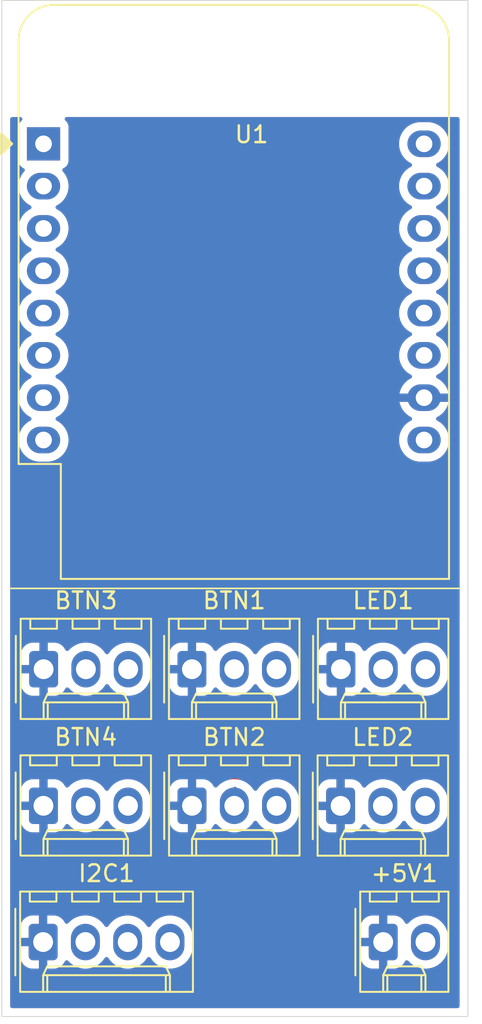
<source format=kicad_pcb>
(kicad_pcb
	(version 20240108)
	(generator "pcbnew")
	(generator_version "8.0")
	(general
		(thickness 1.6)
		(legacy_teardrops no)
	)
	(paper "A4")
	(layers
		(0 "F.Cu" signal)
		(31 "B.Cu" signal)
		(32 "B.Adhes" user "B.Adhesive")
		(33 "F.Adhes" user "F.Adhesive")
		(34 "B.Paste" user)
		(35 "F.Paste" user)
		(36 "B.SilkS" user "B.Silkscreen")
		(37 "F.SilkS" user "F.Silkscreen")
		(38 "B.Mask" user)
		(39 "F.Mask" user)
		(40 "Dwgs.User" user "User.Drawings")
		(41 "Cmts.User" user "User.Comments")
		(42 "Eco1.User" user "User.Eco1")
		(43 "Eco2.User" user "User.Eco2")
		(44 "Edge.Cuts" user)
		(45 "Margin" user)
		(46 "B.CrtYd" user "B.Courtyard")
		(47 "F.CrtYd" user "F.Courtyard")
		(48 "B.Fab" user)
		(49 "F.Fab" user)
		(50 "User.1" user)
		(51 "User.2" user)
		(52 "User.3" user)
		(53 "User.4" user)
		(54 "User.5" user)
		(55 "User.6" user)
		(56 "User.7" user)
		(57 "User.8" user)
		(58 "User.9" user)
	)
	(setup
		(pad_to_mask_clearance 0)
		(allow_soldermask_bridges_in_footprints no)
		(pcbplotparams
			(layerselection 0x00010fc_ffffffff)
			(plot_on_all_layers_selection 0x0000000_00000000)
			(disableapertmacros no)
			(usegerberextensions no)
			(usegerberattributes yes)
			(usegerberadvancedattributes yes)
			(creategerberjobfile yes)
			(dashed_line_dash_ratio 12.000000)
			(dashed_line_gap_ratio 3.000000)
			(svgprecision 4)
			(plotframeref no)
			(viasonmask no)
			(mode 1)
			(useauxorigin no)
			(hpglpennumber 1)
			(hpglpenspeed 20)
			(hpglpendiameter 15.000000)
			(pdf_front_fp_property_popups yes)
			(pdf_back_fp_property_popups yes)
			(dxfpolygonmode yes)
			(dxfimperialunits yes)
			(dxfusepcbnewfont yes)
			(psnegative no)
			(psa4output no)
			(plotreference yes)
			(plotvalue yes)
			(plotfptext yes)
			(plotinvisibletext no)
			(sketchpadsonfab no)
			(subtractmaskfromsilk no)
			(outputformat 1)
			(mirror no)
			(drillshape 1)
			(scaleselection 1)
			(outputdirectory "")
		)
	)
	(net 0 "")
	(net 1 "GND")
	(net 2 "+5V")
	(net 3 "Net-(BTN1-Pin_2)")
	(net 4 "+3.3V")
	(net 5 "Net-(BTN2-Pin_2)")
	(net 6 "Net-(BTN3-Pin_2)")
	(net 7 "Net-(BTN4-Pin_2)")
	(net 8 "Net-(I2C1-Pin_3)")
	(net 9 "Net-(I2C1-Pin_4)")
	(net 10 "Net-(LED1-Pin_2)")
	(net 11 "Net-(LED2-Pin_2)")
	(net 12 "unconnected-(U1-D3-Pad12)")
	(net 13 "unconnected-(U1-RX-Pad15)")
	(net 14 "unconnected-(U1-~{RST}-Pad1)")
	(net 15 "unconnected-(U1-D0-Pad3)")
	(net 16 "unconnected-(U1-A0-Pad2)")
	(footprint "Connector_Molex:Molex_KK-254_AE-6410-03A_1x03_P2.54mm_Vertical" (layer "F.Cu") (at 90.76 69.85))
	(footprint "Connector_Molex:Molex_KK-254_AE-6410-03A_1x03_P2.54mm_Vertical" (layer "F.Cu") (at 99.675 78.05))
	(footprint "Connector_Molex:Molex_KK-254_AE-6410-03A_1x03_P2.54mm_Vertical" (layer "F.Cu") (at 90.75 78.05))
	(footprint "Connector_Molex:Molex_KK-254_AE-6410-04A_1x04_P2.54mm_Vertical" (layer "F.Cu") (at 90.73 86.23))
	(footprint "Connector_Molex:Molex_KK-254_AE-6410-03A_1x03_P2.54mm_Vertical" (layer "F.Cu") (at 108.62 69.85))
	(footprint "Connector_Molex:Molex_KK-254_AE-6410-03A_1x03_P2.54mm_Vertical" (layer "F.Cu") (at 99.67 69.85))
	(footprint "Connector_Molex:Molex_KK-254_AE-6410-02A_1x02_P2.54mm_Vertical" (layer "F.Cu") (at 111.16 86.23))
	(footprint "Connector_Molex:Molex_KK-254_AE-6410-03A_1x03_P2.54mm_Vertical" (layer "F.Cu") (at 108.6 78.055))
	(footprint "Module:WEMOS_D1_mini_light" (layer "F.Cu") (at 90.755 38.31))
	(gr_line
		(start 88.8 65)
		(end 115.7 65)
		(stroke
			(width 0.1)
			(type default)
		)
		(layer "F.SilkS")
		(uuid "5603c642-aef2-43d4-8782-1be22a89116a")
	)
	(gr_rect
		(start 88.25 29.7)
		(end 116.25 90.7)
		(stroke
			(width 0.05)
			(type default)
		)
		(fill none)
		(layer "Edge.Cuts")
		(uuid "0f72c277-9074-4a86-a9b0-f66fbb10befc")
	)
	(segment
		(start 102.36 77.7)
		(end 102.36 77.11)
		(width 0.2)
		(layer "B.Cu")
		(net 5)
		(uuid "3d1e63a0-4afc-4f4f-a1ab-15f504995702")
	)
	(segment
		(start 102.36 77.11)
		(end 102.25 77)
		(width 0.2)
		(layer "B.Cu")
		(net 5)
		(uuid "f91b5b2b-9478-4e6b-910d-ef7507cecb43")
	)
	(zone
		(net 1)
		(net_name "GND")
		(layer "F.Cu")
		(uuid "cd9f60fc-6d54-4108-b40b-464cff04dc67")
		(hatch edge 0.5)
		(priority 1)
		(connect_pads
			(clearance 0.5)
		)
		(min_thickness 0.25)
		(filled_areas_thickness no)
		(fill yes
			(thermal_gap 0.5)
			(thermal_bridge_width 0.5)
		)
		(polygon
			(pts
				(xy 88.25 36.7) (xy 116.25 36.7) (xy 116.25 90.7) (xy 88.25 90.7)
			)
		)
		(filled_polygon
			(layer "F.Cu")
			(pts
				(xy 89.429171 36.719685) (xy 89.474926 36.772489) (xy 89.48487 36.841647) (xy 89.455845 36.905203)
				(xy 89.436444 36.923266) (xy 89.397452 36.952455) (xy 89.311206 37.067664) (xy 89.311202 37.067671)
				(xy 89.260908 37.202517) (xy 89.254501 37.262116) (xy 89.254501 37.262123) (xy 89.2545 37.262135)
				(xy 89.2545 39.35787) (xy 89.254501 39.357876) (xy 89.260908 39.417483) (xy 89.311202 39.552328)
				(xy 89.311206 39.552335) (xy 89.397452 39.667544) (xy 89.397455 39.667547) (xy 89.512664 39.753793)
				(xy 89.512673 39.753798) (xy 89.549914 39.767688) (xy 89.605848 39.809559) (xy 89.630266 39.875023)
				(xy 89.615415 39.943296) (xy 89.594265 39.97155) (xy 89.563027 40.002787) (xy 89.442715 40.168386)
				(xy 89.349781 40.350776) (xy 89.286522 40.545465) (xy 89.2545 40.747648) (xy 89.2545 40.952351)
				(xy 89.286522 41.154534) (xy 89.349781 41.349223) (xy 89.442715 41.531613) (xy 89.563028 41.697213)
				(xy 89.707786 41.841971) (xy 89.862749 41.954556) (xy 89.87339 41.962287) (xy 89.96484 42.008883)
				(xy 89.96608 42.009515) (xy 90.016876 42.05749) (xy 90.033671 42.125311) (xy 90.011134 42.191446)
				(xy 89.96608 42.230485) (xy 89.873386 42.277715) (xy 89.707786 42.398028) (xy 89.563028 42.542786)
				(xy 89.442715 42.708386) (xy 89.349781 42.890776) (xy 89.286522 43.085465) (xy 89.2545 43.287648)
				(xy 89.2545 43.492351) (xy 89.286522 43.694534) (xy 89.349781 43.889223) (xy 89.442715 44.071613)
				(xy 89.563028 44.237213) (xy 89.707786 44.381971) (xy 89.862749 44.494556) (xy 89.87339 44.502287)
				(xy 89.96484 44.548883) (xy 89.96608 44.549515) (xy 90.016876 44.59749) (xy 90.033671 44.665311)
				(xy 90.011134 44.731446) (xy 89.96608 44.770485) (xy 89.873386 44.817715) (xy 89.707786 44.938028)
				(xy 89.563028 45.082786) (xy 89.442715 45.248386) (xy 89.349781 45.430776) (xy 89.286522 45.625465)
				(xy 89.2545 45.827648) (xy 89.2545 46.032351) (xy 89.286522 46.234534) (xy 89.349781 46.429223)
				(xy 89.442715 46.611613) (xy 89.563028 46.777213) (xy 89.707786 46.921971) (xy 89.862749 47.034556)
				(xy 89.87339 47.042287) (xy 89.96484 47.088883) (xy 89.96608 47.089515) (xy 90.016876 47.13749)
				(xy 90.033671 47.205311) (xy 90.011134 47.271446) (xy 89.96608 47.310485) (xy 89.873386 47.357715)
				(xy 89.707786 47.478028) (xy 89.563028 47.622786) (xy 89.442715 47.788386) (xy 89.349781 47.970776)
				(xy 89.286522 48.165465) (xy 89.2545 48.367648) (xy 89.2545 48.572351) (xy 89.286522 48.774534)
				(xy 89.349781 48.969223) (xy 89.442715 49.151613) (xy 89.563028 49.317213) (xy 89.707786 49.461971)
				(xy 89.862749 49.574556) (xy 89.87339 49.582287) (xy 89.96484 49.628883) (xy 89.96608 49.629515)
				(xy 90.016876 49.67749) (xy 90.033671 49.745311) (xy 90.011134 49.811446) (xy 89.96608 49.850485)
				(xy 89.873386 49.897715) (xy 89.707786 50.018028) (xy 89.563028 50.162786) (xy 89.442715 50.328386)
				(xy 89.349781 50.510776) (xy 89.286522 50.705465) (xy 89.2545 50.907648) (xy 89.2545 51.112351)
				(xy 89.286522 51.314534) (xy 89.349781 51.509223) (xy 89.442715 51.691613) (xy 89.563028 51.857213)
				(xy 89.707786 52.001971) (xy 89.862749 52.114556) (xy 89.87339 52.122287) (xy 89.96484 52.168883)
				(xy 89.96608 52.169515) (xy 90.016876 52.21749) (xy 90.033671 52.285311) (xy 90.011134 52.351446)
				(xy 89.96608 52.390485) (xy 89.873386 52.437715) (xy 89.707786 52.558028) (xy 89.563028 52.702786)
				(xy 89.442715 52.868386) (xy 89.349781 53.050776) (xy 89.286522 53.245465) (xy 89.2545 53.447648)
				(xy 89.2545 53.652351) (xy 89.286522 53.854534) (xy 89.349781 54.049223) (xy 89.442715 54.231613)
				(xy 89.563028 54.397213) (xy 89.707786 54.541971) (xy 89.862749 54.654556) (xy 89.87339 54.662287)
				(xy 89.96484 54.708883) (xy 89.96608 54.709515) (xy 90.016876 54.75749) (xy 90.033671 54.825311)
				(xy 90.011134 54.891446) (xy 89.96608 54.930485) (xy 89.873386 54.977715) (xy 89.707786 55.098028)
				(xy 89.563028 55.242786) (xy 89.442715 55.408386) (xy 89.349781 55.590776) (xy 89.286522 55.785465)
				(xy 89.2545 55.987648) (xy 89.2545 56.192351) (xy 89.286522 56.394534) (xy 89.349781 56.589223)
				(xy 89.442715 56.771613) (xy 89.563028 56.937213) (xy 89.707786 57.081971) (xy 89.862749 57.194556)
				(xy 89.87339 57.202287) (xy 89.989607 57.261503) (xy 90.055776 57.295218) (xy 90.055778 57.295218)
				(xy 90.055781 57.29522) (xy 90.160137 57.329127) (xy 90.250465 57.358477) (xy 90.351557 57.374488)
				(xy 90.452648 57.3905) (xy 90.452649 57.3905) (xy 91.057351 57.3905) (xy 91.057352 57.3905) (xy 91.259534 57.358477)
				(xy 91.454219 57.29522) (xy 91.63661 57.202287) (xy 91.72959 57.134732) (xy 91.802213 57.081971)
				(xy 91.802215 57.081968) (xy 91.802219 57.081966) (xy 91.946966 56.937219) (xy 91.946968 56.937215)
				(xy 91.946971 56.937213) (xy 91.999732 56.86459) (xy 92.067287 56.77161) (xy 92.16022 56.589219)
				(xy 92.223477 56.394534) (xy 92.2555 56.192352) (xy 92.2555 55.987648) (xy 92.223477 55.785466)
				(xy 92.16022 55.590781) (xy 92.160218 55.590778) (xy 92.160218 55.590776) (xy 92.126503 55.524607)
				(xy 92.067287 55.40839) (xy 92.059556 55.397749) (xy 91.946971 55.242786) (xy 91.802213 55.098028)
				(xy 91.636614 54.977715) (xy 91.630006 54.974348) (xy 91.543917 54.930483) (xy 91.493123 54.882511)
				(xy 91.476328 54.81469) (xy 91.498865 54.748555) (xy 91.543917 54.709516) (xy 91.63661 54.662287)
				(xy 91.65777 54.646913) (xy 91.802213 54.541971) (xy 91.802215 54.541968) (xy 91.802219 54.541966)
				(xy 91.946966 54.397219) (xy 91.946968 54.397215) (xy 91.946971 54.397213) (xy 91.999732 54.32459)
				(xy 92.067287 54.23161) (xy 92.16022 54.049219) (xy 92.223477 53.854534) (xy 92.2555 53.652352)
				(xy 92.2555 53.447648) (xy 92.241144 53.357007) (xy 92.223477 53.245465) (xy 92.160218 53.050776)
				(xy 92.067419 52.86865) (xy 92.067287 52.86839) (xy 92.059556 52.857749) (xy 91.946971 52.702786)
				(xy 91.802213 52.558028) (xy 91.636614 52.437715) (xy 91.630006 52.434348) (xy 91.543917 52.390483)
				(xy 91.493123 52.342511) (xy 91.476328 52.27469) (xy 91.498865 52.208555) (xy 91.543917 52.169516)
				(xy 91.63661 52.122287) (xy 91.65777 52.106913) (xy 91.802213 52.001971) (xy 91.802215 52.001968)
				(xy 91.802219 52.001966) (xy 91.946966 51.857219) (xy 91.946968 51.857215) (xy 91.946971 51.857213)
				(xy 91.999732 51.78459) (xy 92.067287 51.69161) (xy 92.16022 51.509219) (xy 92.223477 51.314534)
				(xy 92.2555 51.112352) (xy 92.2555 50.907648) (xy 92.223477 50.705466) (xy 92.16022 50.510781) (xy 92.160218 50.510778)
				(xy 92.160218 50.510776) (xy 92.126503 50.444607) (xy 92.067287 50.32839) (xy 92.059556 50.317749)
				(xy 91.946971 50.162786) (xy 91.802213 50.018028) (xy 91.636614 49.897715) (xy 91.630006 49.894348)
				(xy 91.543917 49.850483) (xy 91.493123 49.802511) (xy 91.476328 49.73469) (xy 91.498865 49.668555)
				(xy 91.543917 49.629516) (xy 91.63661 49.582287) (xy 91.65777 49.566913) (xy 91.802213 49.461971)
				(xy 91.802215 49.461968) (xy 91.802219 49.461966) (xy 91.946966 49.317219) (xy 91.946968 49.317215)
				(xy 91.946971 49.317213) (xy 91.999732 49.24459) (xy 92.067287 49.15161) (xy 92.16022 48.969219)
				(xy 92.223477 48.774534) (xy 92.2555 48.572352) (xy 92.2555 48.367648) (xy 92.223477 48.165466)
				(xy 92.16022 47.970781) (xy 92.160218 47.970778) (xy 92.160218 47.970776) (xy 92.126503 47.904607)
				(xy 92.067287 47.78839) (xy 92.059556 47.777749) (xy 91.946971 47.622786) (xy 91.802213 47.478028)
				(xy 91.636614 47.357715) (xy 91.630006 47.354348) (xy 91.543917 47.310483) (xy 91.493123 47.262511)
				(xy 91.476328 47.19469) (xy 91.498865 47.128555) (xy 91.543917 47.089516) (xy 91.63661 47.042287)
				(xy 91.65777 47.026913) (xy 91.802213 46.921971) (xy 91.802215 46.921968) (xy 91.802219 46.921966)
				(xy 91.946966 46.777219) (xy 91.946968 46.777215) (xy 91.946971 46.777213) (xy 91.999732 46.70459)
				(xy 92.067287 46.61161) (xy 92.16022 46.429219) (xy 92.223477 46.234534) (xy 92.2555 46.032352)
				(xy 92.2555 45.827648) (xy 92.223477 45.625466) (xy 92.16022 45.430781) (xy 92.160218 45.430778)
				(xy 92.160218 45.430776) (xy 92.126503 45.364607) (xy 92.067287 45.24839) (xy 92.059556 45.237749)
				(xy 91.946971 45.082786) (xy 91.802213 44.938028) (xy 91.636614 44.817715) (xy 91.630006 44.814348)
				(xy 91.543917 44.770483) (xy 91.493123 44.722511) (xy 91.476328 44.65469) (xy 91.498865 44.588555)
				(xy 91.543917 44.549516) (xy 91.63661 44.502287) (xy 91.65777 44.486913) (xy 91.802213 44.381971)
				(xy 91.802215 44.381968) (xy 91.802219 44.381966) (xy 91.946966 44.237219) (xy 91.946968 44.237215)
				(xy 91.946971 44.237213) (xy 91.999732 44.16459) (xy 92.067287 44.07161) (xy 92.16022 43.889219)
				(xy 92.223477 43.694534) (xy 92.2555 43.492352) (xy 92.2555 43.287648) (xy 92.223477 43.085466)
				(xy 92.16022 42.890781) (xy 92.160218 42.890778) (xy 92.160218 42.890776) (xy 92.126503 42.824607)
				(xy 92.067287 42.70839) (xy 92.059556 42.697749) (xy 91.946971 42.542786) (xy 91.802213 42.398028)
				(xy 91.636614 42.277715) (xy 91.630006 42.274348) (xy 91.543917 42.230483) (xy 91.493123 42.182511)
				(xy 91.476328 42.11469) (xy 91.498865 42.048555) (xy 91.543917 42.009516) (xy 91.63661 41.962287)
				(xy 91.65777 41.946913) (xy 91.802213 41.841971) (xy 91.802215 41.841968) (xy 91.802219 41.841966)
				(xy 91.946966 41.697219) (xy 91.946968 41.697215) (xy 91.946971 41.697213) (xy 91.999732 41.62459)
				(xy 92.067287 41.53161) (xy 92.16022 41.349219) (xy 92.223477 41.154534) (xy 92.2555 40.952352)
				(xy 92.2555 40.747648) (xy 92.223477 40.545466) (xy 92.16022 40.350781) (xy 92.160218 40.350778)
				(xy 92.160218 40.350776) (xy 92.126503 40.284607) (xy 92.067287 40.16839) (xy 92.059556 40.157749)
				(xy 91.946971 40.002786) (xy 91.915736 39.971551) (xy 91.882251 39.910228) (xy 91.887235 39.840536)
				(xy 91.929107 39.784603) (xy 91.96008 39.767689) (xy 91.997331 39.753796) (xy 92.112546 39.667546)
				(xy 92.198796 39.552331) (xy 92.249091 39.417483) (xy 92.2555 39.357873) (xy 92.255499 38.207648)
				(xy 112.1145 38.207648) (xy 112.1145 38.412351) (xy 112.146522 38.614534) (xy 112.209781 38.809223)
				(xy 112.302715 38.991613) (xy 112.423028 39.157213) (xy 112.567786 39.301971) (xy 112.722749 39.414556)
				(xy 112.73339 39.422287) (xy 112.82484 39.468883) (xy 112.82608 39.469515) (xy 112.876876 39.51749)
				(xy 112.893671 39.585311) (xy 112.871134 39.651446) (xy 112.82608 39.690485) (xy 112.733386 39.737715)
				(xy 112.567786 39.858028) (xy 112.423028 40.002786) (xy 112.302715 40.168386) (xy 112.209781 40.350776)
				(xy 112.146522 40.545465) (xy 112.1145 40.747648) (xy 112.1145 40.952351) (xy 112.146522 41.154534)
				(xy 112.209781 41.349223) (xy 112.302715 41.531613) (xy 112.423028 41.697213) (xy 112.567786 41.841971)
				(xy 112.722749 41.954556) (xy 112.73339 41.962287) (xy 112.82484 42.008883) (xy 112.82608 42.009515)
				(xy 112.876876 42.05749) (xy 112.893671 42.125311) (xy 112.871134 42.191446) (xy 112.82608 42.230485)
				(xy 112.733386 42.277715) (xy 112.567786 42.398028) (xy 112.423028 42.542786) (xy 112.302715 42.708386)
				(xy 112.209781 42.890776) (xy 112.146522 43.085465) (xy 112.1145 43.287648) (xy 112.1145 43.492351)
				(xy 112.146522 43.694534) (xy 112.209781 43.889223) (xy 112.302715 44.071613) (xy 112.423028 44.237213)
				(xy 112.567786 44.381971) (xy 112.722749 44.494556) (xy 112.73339 44.502287) (xy 112.82484 44.548883)
				(xy 112.82608 44.549515) (xy 112.876876 44.59749) (xy 112.893671 44.665311) (xy 112.871134 44.731446)
				(xy 112.82608 44.770485) (xy 112.733386 44.817715) (xy 112.567786 44.938028) (xy 112.423028 45.082786)
				(xy 112.302715 45.248386) (xy 112.209781 45.430776) (xy 112.146522 45.625465) (xy 112.1145 45.827648)
				(xy 112.1145 46.032351) (xy 112.146522 46.234534) (xy 112.209781 46.429223) (xy 112.302715 46.611613)
				(xy 112.423028 46.777213) (xy 112.567786 46.921971) (xy 112.722749 47.034556) (xy 112.73339 47.042287)
				(xy 112.82484 47.088883) (xy 112.82608 47.089515) (xy 112.876876 47.13749) (xy 112.893671 47.205311)
				(xy 112.871134 47.271446) (xy 112.82608 47.310485) (xy 112.733386 47.357715) (xy 112.567786 47.478028)
				(xy 112.423028 47.622786) (xy 112.302715 47.788386) (xy 112.209781 47.970776) (xy 112.146522 48.165465)
				(xy 112.1145 48.367648) (xy 112.1145 48.572351) (xy 112.146522 48.774534) (xy 112.209781 48.969223)
				(xy 112.302715 49.151613) (xy 112.423028 49.317213) (xy 112.567786 49.461971) (xy 112.722749 49.574556)
				(xy 112.73339 49.582287) (xy 112.82484 49.628883) (xy 112.82608 49.629515) (xy 112.876876 49.67749)
				(xy 112.893671 49.745311) (xy 112.871134 49.811446) (xy 112.82608 49.850485) (xy 112.733386 49.897715)
				(xy 112.567786 50.018028) (xy 112.423028 50.162786) (xy 112.302715 50.328386) (xy 112.209781 50.510776)
				(xy 112.146522 50.705465) (xy 112.1145 50.907648) (xy 112.1145 51.112351) (xy 112.146522 51.314534)
				(xy 112.209781 51.509223) (xy 112.302715 51.691613) (xy 112.423028 51.857213) (xy 112.567786 52.001971)
				(xy 112.722749 52.114556) (xy 112.73339 52.122287) (xy 112.805424 52.15899) (xy 112.826629 52.169795)
				(xy 112.877425 52.21777) (xy 112.89422 52.285591) (xy 112.871682 52.351726) (xy 112.826629 52.390765)
				(xy 112.73365 52.43814) (xy 112.568105 52.558417) (xy 112.568104 52.558417) (xy 112.423417 52.703104)
				(xy 112.423417 52.703105) (xy 112.30314 52.86865) (xy 112.210244 53.05097) (xy 112.147009 53.245586)
				(xy 112.138391 53.3) (xy 113.181988 53.3) (xy 113.149075 53.357007) (xy 113.115 53.484174) (xy 113.115 53.615826)
				(xy 113.149075 53.742993) (xy 113.181988 53.8) (xy 112.138391 53.8) (xy 112.147009 53.854413) (xy 112.210244 54.049029)
				(xy 112.30314 54.231349) (xy 112.423417 54.396894) (xy 112.423417 54.396895) (xy 112.568104 54.541582)
				(xy 112.733652 54.661861) (xy 112.826628 54.709234) (xy 112.877425 54.757208) (xy 112.89422 54.825029)
				(xy 112.871683 54.891164) (xy 112.82663 54.930203) (xy 112.733388 54.977713) (xy 112.567786 55.098028)
				(xy 112.423028 55.242786) (xy 112.302715 55.408386) (xy 112.209781 55.590776) (xy 112.146522 55.785465)
				(xy 112.1145 55.987648) (xy 112.1145 56.192351) (xy 112.146522 56.394534) (xy 112.209781 56.589223)
				(xy 112.302715 56.771613) (xy 112.423028 56.937213) (xy 112.567786 57.081971) (xy 112.722749 57.194556)
				(xy 112.73339 57.202287) (xy 112.849607 57.261503) (xy 112.915776 57.295218) (xy 112.915778 57.295218)
				(xy 112.915781 57.29522) (xy 113.020137 57.329127) (xy 113.110465 57.358477) (xy 113.211557 57.374488)
				(xy 113.312648 57.3905) (xy 113.312649 57.3905) (xy 113.917351 57.3905) (xy 113.917352 57.3905)
				(xy 114.119534 57.358477) (xy 114.314219 57.29522) (xy 114.49661 57.202287) (xy 114.58959 57.134732)
				(xy 114.662213 57.081971) (xy 114.662215 57.081968) (xy 114.662219 57.081966) (xy 114.806966 56.937219)
				(xy 114.806968 56.937215) (xy 114.806971 56.937213) (xy 114.859732 56.86459) (xy 114.927287 56.77161)
				(xy 115.02022 56.589219) (xy 115.083477 56.394534) (xy 115.1155 56.192352) (xy 115.1155 55.987648)
				(xy 115.083477 55.785466) (xy 115.02022 55.590781) (xy 115.020218 55.590778) (xy 115.020218 55.590776)
				(xy 114.986503 55.524607) (xy 114.927287 55.40839) (xy 114.919556 55.397749) (xy 114.806971 55.242786)
				(xy 114.662213 55.098028) (xy 114.496611 54.977713) (xy 114.403369 54.930203) (xy 114.352574 54.882229)
				(xy 114.335779 54.814407) (xy 114.358317 54.748273) (xy 114.403371 54.709234) (xy 114.496347 54.661861)
				(xy 114.661894 54.541582) (xy 114.661895 54.541582) (xy 114.806582 54.396895) (xy 114.806582 54.396894)
				(xy 114.926859 54.231349) (xy 115.019755 54.049029) (xy 115.08299 53.854413) (xy 115.091609 53.8)
				(xy 114.048012 53.8) (xy 114.080925 53.742993) (xy 114.115 53.615826) (xy 114.115 53.484174) (xy 114.080925 53.357007)
				(xy 114.048012 53.3) (xy 115.091609 53.3) (xy 115.08299 53.245586) (xy 115.019755 53.05097) (xy 114.926859 52.86865)
				(xy 114.806582 52.703105) (xy 114.806582 52.703104) (xy 114.661895 52.558417) (xy 114.496349 52.43814)
				(xy 114.40337 52.390765) (xy 114.352574 52.34279) (xy 114.335779 52.274969) (xy 114.358316 52.208835)
				(xy 114.40337 52.169795) (xy 114.40392 52.169515) (xy 114.49661 52.122287) (xy 114.51777 52.106913)
				(xy 114.662213 52.001971) (xy 114.662215 52.001968) (xy 114.662219 52.001966) (xy 114.806966 51.857219)
				(xy 114.806968 51.857215) (xy 114.806971 51.857213) (xy 114.859732 51.78459) (xy 114.927287 51.69161)
				(xy 115.02022 51.509219) (xy 115.083477 51.314534) (xy 115.1155 51.112352) (xy 115.1155 50.907648)
				(xy 115.083477 50.705466) (xy 115.02022 50.510781) (xy 115.020218 50.510778) (xy 115.020218 50.510776)
				(xy 114.986503 50.444607) (xy 114.927287 50.32839) (xy 114.919556 50.317749) (xy 114.806971 50.162786)
				(xy 114.662213 50.018028) (xy 114.496614 49.897715) (xy 114.490006 49.894348) (xy 114.403917 49.850483)
				(xy 114.353123 49.802511) (xy 114.336328 49.73469) (xy 114.358865 49.668555) (xy 114.403917 49.629516)
				(xy 114.49661 49.582287) (xy 114.51777 49.566913) (xy 114.662213 49.461971) (xy 114.662215 49.461968)
				(xy 114.662219 49.461966) (xy 114.806966 49.317219) (xy 114.806968 49.317215) (xy 114.806971 49.317213)
				(xy 114.859732 49.24459) (xy 114.927287 49.15161) (xy 115.02022 48.969219) (xy 115.083477 48.774534)
				(xy 115.1155 48.572352) (xy 115.1155 48.367648) (xy 115.083477 48.165466) (xy 115.02022 47.970781)
				(xy 115.020218 47.970778) (xy 115.020218 47.970776) (xy 114.986503 47.904607) (xy 114.927287 47.78839)
				(xy 114.919556 47.777749) (xy 114.806971 47.622786) (xy 114.662213 47.478028) (xy 114.496614 47.357715)
				(xy 114.490006 47.354348) (xy 114.403917 47.310483) (xy 114.353123 47.262511) (xy 114.336328 47.19469)
				(xy 114.358865 47.128555) (xy 114.403917 47.089516) (xy 114.49661 47.042287) (xy 114.51777 47.026913)
				(xy 114.662213 46.921971) (xy 114.662215 46.921968) (xy 114.662219 46.921966) (xy 114.806966 46.777219)
				(xy 114.806968 46.777215) (xy 114.806971 46.777213) (xy 114.859732 46.70459) (xy 114.927287 46.61161)
				(xy 115.02022 46.429219) (xy 115.083477 46.234534) (xy 115.1155 46.032352) (xy 115.1155 45.827648)
				(xy 115.083477 45.625466) (xy 115.02022 45.430781) (xy 115.020218 45.430778) (xy 115.020218 45.430776)
				(xy 114.986503 45.364607) (xy 114.927287 45.24839) (xy 114.919556 45.237749) (xy 114.806971 45.082786)
				(xy 114.662213 44.938028) (xy 114.496614 44.817715) (xy 114.490006 44.814348) (xy 114.403917 44.770483)
				(xy 114.353123 44.722511) (xy 114.336328 44.65469) (xy 114.358865 44.588555) (xy 114.403917 44.549516)
				(xy 114.49661 44.502287) (xy 114.51777 44.486913) (xy 114.662213 44.381971) (xy 114.662215 44.381968)
				(xy 114.662219 44.381966) (xy 114.806966 44.237219) (xy 114.806968 44.237215) (xy 114.806971 44.237213)
				(xy 114.859732 44.16459) (xy 114.927287 44.07161) (xy 115.02022 43.889219) (xy 115.083477 43.694534)
				(xy 115.1155 43.492352) (xy 115.1155 43.287648) (xy 115.083477 43.085466) (xy 115.02022 42.890781)
				(xy 115.020218 42.890778) (xy 115.020218 42.890776) (xy 114.986503 42.824607) (xy 114.927287 42.70839)
				(xy 114.919556 42.697749) (xy 114.806971 42.542786) (xy 114.662213 42.398028) (xy 114.496614 42.277715)
				(xy 114.490006 42.274348) (xy 114.403917 42.230483) (xy 114.353123 42.182511) (xy 114.336328 42.11469)
				(xy 114.358865 42.048555) (xy 114.403917 42.009516) (xy 114.49661 41.962287) (xy 114.51777 41.946913)
				(xy 114.662213 41.841971) (xy 114.662215 41.841968) (xy 114.662219 41.841966) (xy 114.806966 41.697219)
				(xy 114.806968 41.697215) (xy 114.806971 41.697213) (xy 114.859732 41.62459) (xy 114.927287 41.53161)
				(xy 115.02022 41.349219) (xy 115.083477 41.154534) (xy 115.1155 40.952352) (xy 115.1155 40.747648)
				(xy 115.083477 40.545466) (xy 115.02022 40.350781) (xy 115.020218 40.350778) (xy 115.020218 40.350776)
				(xy 114.986503 40.284607) (xy 114.927287 40.16839) (xy 114.919556 40.157749) (xy 114.806971 40.002786)
				(xy 114.662213 39.858028) (xy 114.496614 39.737715) (xy 114.490006 39.734348) (xy 114.403917 39.690483)
				(xy 114.353123 39.642511) (xy 114.336328 39.57469) (xy 114.358865 39.508555) (xy 114.403917 39.469516)
				(xy 114.49661 39.422287) (xy 114.51777 39.406913) (xy 114.662213 39.301971) (xy 114.662215 39.301968)
				(xy 114.662219 39.301966) (xy 114.806966 39.157219) (xy 114.806968 39.157215) (xy 114.806971 39.157213)
				(xy 114.859732 39.08459) (xy 114.927287 38.99161) (xy 115.02022 38.809219) (xy 115.083477 38.614534)
				(xy 115.1155 38.412352) (xy 115.1155 38.207648) (xy 115.083477 38.005466) (xy 115.02022 37.810781)
				(xy 115.020218 37.810778) (xy 115.020218 37.810776) (xy 114.986503 37.744607) (xy 114.927287 37.62839)
				(xy 114.919556 37.617749) (xy 114.806971 37.462786) (xy 114.662213 37.318028) (xy 114.496613 37.197715)
				(xy 114.496612 37.197714) (xy 114.49661 37.197713) (xy 114.439653 37.168691) (xy 114.314223 37.104781)
				(xy 114.119534 37.041522) (xy 113.944995 37.013878) (xy 113.917352 37.0095) (xy 113.312648 37.0095)
				(xy 113.288329 37.013351) (xy 113.110465 37.041522) (xy 112.915776 37.104781) (xy 112.733386 37.197715)
				(xy 112.567786 37.318028) (xy 112.423028 37.462786) (xy 112.302715 37.628386) (xy 112.209781 37.810776)
				(xy 112.146522 38.005465) (xy 112.1145 38.207648) (xy 92.255499 38.207648) (xy 92.255499 37.262128)
				(xy 92.249091 37.202517) (xy 92.247299 37.197713) (xy 92.198797 37.067671) (xy 92.198793 37.067664)
				(xy 92.112547 36.952455) (xy 92.073556 36.923266) (xy 92.031686 36.867332) (xy 92.026702 36.79764)
				(xy 92.060188 36.736318) (xy 92.121512 36.702833) (xy 92.147868 36.7) (xy 115.6255 36.7) (xy 115.692539 36.719685)
				(xy 115.738294 36.772489) (xy 115.7495 36.824) (xy 115.7495 90.0755) (xy 115.729815 90.142539) (xy 115.677011 90.188294)
				(xy 115.6255 90.1995) (xy 88.8745 90.1995) (xy 88.807461 90.179815) (xy 88.761706 90.127011) (xy 88.7505 90.0755)
				(xy 88.7505 85.335013) (xy 89.36 85.335013) (xy 89.36 85.98) (xy 90.187291 85.98) (xy 90.175548 86.000339)
				(xy 90.135 86.151667) (xy 90.135 86.308333) (xy 90.175548 86.459661) (xy 90.187291 86.48) (xy 89.360001 86.48)
				(xy 89.360001 87.124986) (xy 89.370494 87.227697) (xy 89.425641 87.394119) (xy 89.425643 87.394124)
				(xy 89.517684 87.543345) (xy 89.641654 87.667315) (xy 89.790875 87.759356) (xy 89.79088 87.759358)
				(xy 89.957302 87.814505) (xy 89.957309 87.814506) (xy 90.060019 87.824999) (xy 90.479999 87.824999)
				(xy 90.48 87.824998) (xy 90.48 86.772709) (xy 90.500339 86.784452) (xy 90.651667 86.825) (xy 90.808333 86.825)
				(xy 90.959661 86.784452) (xy 90.98 86.772709) (xy 90.98 87.824999) (xy 91.399972 87.824999) (xy 91.399986 87.824998)
				(xy 91.502697 87.814505) (xy 91.669119 87.759358) (xy 91.669124 87.759356) (xy 91.818345 87.667315)
				(xy 91.942315 87.543345) (xy 92.034354 87.394127) (xy 92.034745 87.393289) (xy 92.035167 87.392809)
				(xy 92.038149 87.387975) (xy 92.038974 87.388484) (xy 92.08091 87.340843) (xy 92.1481 87.321681)
				(xy 92.214984 87.341887) (xy 92.234816 87.357996) (xy 92.377179 87.500359) (xy 92.551701 87.627157)
				(xy 92.743911 87.725092) (xy 92.949074 87.791754) (xy 93.028973 87.804408) (xy 93.162134 87.8255)
				(xy 93.162139 87.8255) (xy 93.377866 87.8255) (xy 93.49623 87.806752) (xy 93.590926 87.791754) (xy 93.796089 87.725092)
				(xy 93.988299 87.627157) (xy 94.162821 87.500359) (xy 94.315359 87.347821) (xy 94.439682 87.176704)
				(xy 94.495012 87.13404) (xy 94.564626 87.128061) (xy 94.62642 87.160667) (xy 94.640315 87.176702)
				(xy 94.764641 87.347821) (xy 94.917179 87.500359) (xy 95.091701 87.627157) (xy 95.283911 87.725092)
				(xy 95.489074 87.791754) (xy 95.568973 87.804408) (xy 95.702134 87.8255) (xy 95.702139 87.8255)
				(xy 95.917866 87.8255) (xy 96.03623 87.806752) (xy 96.130926 87.791754) (xy 96.336089 87.725092)
				(xy 96.528299 87.627157) (xy 96.702821 87.500359) (xy 96.855359 87.347821) (xy 96.979682 87.176704)
				(xy 97.035012 87.13404) (xy 97.104626 87.128061) (xy 97.16642 87.160667) (xy 97.180315 87.176702)
				(xy 97.304641 87.347821) (xy 97.457179 87.500359) (xy 97.631701 87.627157) (xy 97.823911 87.725092)
				(xy 98.029074 87.791754) (xy 98.108973 87.804408) (xy 98.242134 87.8255) (xy 98.242139 87.8255)
				(xy 98.457866 87.8255) (xy 98.57623 87.806752) (xy 98.670926 87.791754) (xy 98.876089 87.725092)
				(xy 99.068299 87.627157) (xy 99.242821 87.500359) (xy 99.395359 87.347821) (xy 99.522157 87.173299)
				(xy 99.620092 86.981089) (xy 99.686754 86.775926) (xy 99.701752 86.68123) (xy 99.7205 86.562866)
				(xy 99.7205 85.897133) (xy 99.686754 85.684077) (xy 99.686754 85.684074) (xy 99.620092 85.478911)
				(xy 99.546773 85.335013) (xy 109.79 85.335013) (xy 109.79 85.98) (xy 110.617291 85.98) (xy 110.605548 86.000339)
				(xy 110.565 86.151667) (xy 110.565 86.308333) (xy 110.605548 86.459661) (xy 110.617291 86.48) (xy 109.790001 86.48)
				(xy 109.790001 87.124986) (xy 109.800494 87.227697) (xy 109.855641 87.394119) (xy 109.855643 87.394124)
				(xy 109.947684 87.543345) (xy 110.071654 87.667315) (xy 110.220875 87.759356) (xy 110.22088 87.759358)
				(xy 110.387302 87.814505) (xy 110.387309 87.814506) (xy 110.490019 87.824999) (xy 110.909999 87.824999)
				(xy 110.91 87.824998) (xy 110.91 86.772709) (xy 110.930339 86.784452) (xy 111.081667 86.825) (xy 111.238333 86.825)
				(xy 111.389661 86.784452) (xy 111.41 86.772709) (xy 111.41 87.824999) (xy 111.829972 87.824999)
				(xy 111.829986 87.824998) (xy 111.932697 87.814505) (xy 112.099119 87.759358) (xy 112.099124 87.759356)
				(xy 112.248345 87.667315) (xy 112.372315 87.543345) (xy 112.464354 87.394127) (xy 112.464745 87.393289)
				(xy 112.465167 87.392809) (xy 112.468149 87.387975) (xy 112.468974 87.388484) (xy 112.51091 87.340843)
				(xy 112.5781 87.321681) (xy 112.644984 87.341887) (xy 112.664816 87.357996) (xy 112.807179 87.500359)
				(xy 112.981701 87.627157) (xy 113.173911 87.725092) (xy 113.379074 87.791754) (xy 113.458973 87.804408)
				(xy 113.592134 87.8255) (xy 113.592139 87.8255) (xy 113.807866 87.8255) (xy 113.92623 87.806752)
				(xy 114.020926 87.791754) (xy 114.226089 87.725092) (xy 114.418299 87.627157) (xy 114.592821 87.500359)
				(xy 114.745359 87.347821) (xy 114.872157 87.173299) (xy 114.970092 86.981089) (xy 115.036754 86.775926)
				(xy 115.051752 86.68123) (xy 115.0705 86.562866) (xy 115.0705 85.897133) (xy 115.036754 85.684077)
				(xy 115.036754 85.684074) (xy 114.970092 85.478911) (xy 114.872157 85.286701) (xy 114.745359 85.112179)
				(xy 114.592821 84.959641) (xy 114.418299 84.832843) (xy 114.226089 84.734908) (xy 114.020926 84.668246)
				(xy 114.020924 84.668245) (xy 114.020922 84.668245) (xy 113.807866 84.6345) (xy 113.807861 84.6345)
				(xy 113.592139 84.6345) (xy 113.592134 84.6345) (xy 113.379077 84.668245) (xy 113.173908 84.734909)
				(xy 112.9817 84.832843) (xy 112.80718 84.95964) (xy 112.664816 85.102004) (xy 112.603493 85.135488)
				(xy 112.533801 85.130504) (xy 112.477868 85.088632) (xy 112.464748 85.066716) (xy 112.464356 85.065876)
				(xy 112.372315 84.916654) (xy 112.248345 84.792684) (xy 112.099124 84.700643) (xy 112.099119 84.700641)
				(xy 111.932697 84.645494) (xy 111.93269 84.645493) (xy 111.829986 84.635) (xy 111.41 84.635) (xy 111.41 85.68729)
				(xy 111.389661 85.675548) (xy 111.238333 85.635) (xy 111.081667 85.635) (xy 110.930339 85.675548)
				(xy 110.91 85.68729) (xy 110.91 84.635) (xy 110.490028 84.635) (xy 110.490012 84.635001) (xy 110.387302 84.645494)
				(xy 110.22088 84.700641) (xy 110.220875 84.700643) (xy 110.071654 84.792684) (xy 109.947684 84.916654)
				(xy 109.855643 85.065875) (xy 109.855641 85.06588) (xy 109.800494 85.232302) (xy 109.800493 85.232309)
				(xy 109.79 85.335013) (xy 99.546773 85.335013) (xy 99.522157 85.286701) (xy 99.395359 85.112179)
				(xy 99.242821 84.959641) (xy 99.068299 84.832843) (xy 98.876089 84.734908) (xy 98.670926 84.668246)
				(xy 98.670924 84.668245) (xy 98.670922 84.668245) (xy 98.457866 84.6345) (xy 98.457861 84.6345)
				(xy 98.242139 84.6345) (xy 98.242134 84.6345) (xy 98.029077 84.668245) (xy 97.823908 84.734909)
				(xy 97.6317 84.832843) (xy 97.532129 84.905186) (xy 97.457179 84.959641) (xy 97.457177 84.959643)
				(xy 97.457176 84.959643) (xy 97.304643 85.112176) (xy 97.304643 85.112177) (xy 97.304641 85.112179)
				(xy 97.287706 85.135488) (xy 97.180318 85.283294) (xy 97.124988 85.325959) (xy 97.055374 85.331938)
				(xy 96.993579 85.299332) (xy 96.979682 85.283294) (xy 96.942639 85.232309) (xy 96.855359 85.112179)
				(xy 96.702821 84.959641) (xy 96.528299 84.832843) (xy 96.336089 84.734908) (xy 96.130926 84.668246)
				(xy 96.130924 84.668245) (xy 96.130922 84.668245) (xy 95.917866 84.6345) (xy 95.917861 84.6345)
				(xy 95.702139 84.6345) (xy 95.702134 84.6345) (xy 95.489077 84.668245) (xy 95.283908 84.734909)
				(xy 95.0917 84.832843) (xy 94.992129 84.905186) (xy 94.917179 84.959641) (xy 94.917177 84.959643)
				(xy 94.917176 84.959643) (xy 94.764643 85.112176) (xy 94.764643 85.112177) (xy 94.764641 85.112179)
				(xy 94.747706 85.135488) (xy 94.640318 85.283294) (xy 94.584988 85.325959) (xy 94.515374 85.331938)
				(xy 94.453579 85.299332) (xy 94.439682 85.283294) (xy 94.402639 85.232309) (xy 94.315359 85.112179)
				(xy 94.162821 84.959641) (xy 93.988299 84.832843) (xy 93.796089 84.734908) (xy 93.590926 84.668246)
				(xy 93.590924 84.668245) (xy 93.590922 84.668245) (xy 93.377866 84.6345) (xy 93.377861 84.6345)
				(xy 93.162139 84.6345) (xy 93.162134 84.6345) (xy 92.949077 84.668245) (xy 92.743908 84.734909)
				(xy 92.5517 84.832843) (xy 92.37718 84.95964) (xy 92.234816 85.102004) (xy 92.173493 85.135488)
				(xy 92.103801 85.130504) (xy 92.047868 85.088632) (xy 92.034748 85.066716) (xy 92.034356 85.065876)
				(xy 91.942315 84.916654) (xy 91.818345 84.792684) (xy 91.669124 84.700643) (xy 91.669119 84.700641)
				(xy 91.502697 84.645494) (xy 91.50269 84.645493) (xy 91.399986 84.635) (xy 90.98 84.635) (xy 90.98 85.68729)
				(xy 90.959661 85.675548) (xy 90.808333 85.635) (xy 90.651667 85.635) (xy 90.500339 85.675548) (xy 90.48 85.68729)
				(xy 90.48 84.635) (xy 90.060028 84.635) (xy 90.060012 84.635001) (xy 89.957302 84.645494) (xy 89.79088 84.700641)
				(xy 89.790875 84.700643) (xy 89.641654 84.792684) (xy 89.517684 84.916654) (xy 89.425643 85.065875)
				(xy 89.425641 85.06588) (xy 89.370494 85.232302) (xy 89.370493 85.232309) (xy 89.36 85.335013) (xy 88.7505 85.335013)
				(xy 88.7505 77.155013) (xy 89.38 77.155013) (xy 89.38 77.8) (xy 90.207291 77.8) (xy 90.195548 77.820339)
				(xy 90.155 77.971667) (xy 90.155 78.128333) (xy 90.195548 78.279661) (xy 90.207291 78.3) (xy 89.380001 78.3)
				(xy 89.380001 78.944986) (xy 89.390494 79.047697) (xy 89.445641 79.214119) (xy 89.445643 79.214124)
				(xy 89.537684 79.363345) (xy 89.661654 79.487315) (xy 89.810875 79.579356) (xy 89.81088 79.579358)
				(xy 89.977302 79.634505) (xy 89.977309 79.634506) (xy 90.080019 79.644999) (xy 90.499999 79.644999)
				(xy 90.5 79.644998) (xy 90.5 78.592709) (xy 90.520339 78.604452) (xy 90.671667 78.645) (xy 90.828333 78.645)
				(xy 90.979661 78.604452) (xy 91 78.592709) (xy 91 79.644999) (xy 91.419972 79.644999) (xy 91.419986 79.644998)
				(xy 91.522697 79.634505) (xy 91.689119 79.579358) (xy 91.689124 79.579356) (xy 91.838345 79.487315)
				(xy 91.962315 79.363345) (xy 92.054354 79.214127) (xy 92.054745 79.213289) (xy 92.055167 79.212809)
				(xy 92.058149 79.207975) (xy 92.058974 79.208484) (xy 92.10091 79.160843) (xy 92.1681 79.141681)
				(xy 92.234984 79.161887) (xy 92.254816 79.177996) (xy 92.397179 79.320359) (xy 92.571701 79.447157)
				(xy 92.763911 79.545092) (xy 92.969074 79.611754) (xy 93.048973 79.624408) (xy 93.182134 79.6455)
				(xy 93.182139 79.6455) (xy 93.397866 79.6455) (xy 93.51623 79.626752) (xy 93.610926 79.611754) (xy 93.816089 79.545092)
				(xy 94.008299 79.447157) (xy 94.182821 79.320359) (xy 94.335359 79.167821) (xy 94.459682 78.996704)
				(xy 94.515012 78.95404) (xy 94.584626 78.948061) (xy 94.64642 78.980667) (xy 94.660315 78.996702)
				(xy 94.784641 79.167821) (xy 94.937179 79.320359) (xy 95.111701 79.447157) (xy 95.303911 79.545092)
				(xy 95.509074 79.611754) (xy 95.588973 79.624408) (xy 95.722134 79.6455) (xy 95.722139 79.6455)
				(xy 95.937866 79.6455) (xy 96.05623 79.626752) (xy 96.150926 79.611754) (xy 96.356089 79.545092)
				(xy 96.548299 79.447157) (xy 96.722821 79.320359) (xy 96.875359 79.167821) (xy 97.002157 78.993299)
				(xy 97.100092 78.801089) (xy 97.166754 78.595926) (xy 97.181752 78.50123) (xy 97.2005 78.382866)
				(xy 97.2005 77.717133) (xy 97.167546 77.509077) (xy 97.166754 77.504074) (xy 97.100092 77.298911)
				(xy 97.026773 77.155013) (xy 98.305 77.155013) (xy 98.305 77.8) (xy 99.132291 77.8) (xy 99.120548 77.820339)
				(xy 99.08 77.971667) (xy 99.08 78.128333) (xy 99.120548 78.279661) (xy 99.132291 78.3) (xy 98.305001 78.3)
				(xy 98.305001 78.944986) (xy 98.315494 79.047697) (xy 98.370641 79.214119) (xy 98.370643 79.214124)
				(xy 98.462684 79.363345) (xy 98.586654 79.487315) (xy 98.735875 79.579356) (xy 98.73588 79.579358)
				(xy 98.902302 79.634505) (xy 98.902309 79.634506) (xy 99.005019 79.644999) (xy 99.424999 79.644999)
				(xy 99.425 79.644998) (xy 99.425 78.592709) (xy 99.445339 78.604452) (xy 99.596667 78.645) (xy 99.753333 78.645)
				(xy 99.904661 78.604452) (xy 99.925 78.592709) (xy 99.925 79.644999) (xy 100.344972 79.644999) (xy 100.344986 79.644998)
				(xy 100.447697 79.634505) (xy 100.614119 79.579358) (xy 100.614124 79.579356) (xy 100.763345 79.487315)
				(xy 100.887315 79.363345) (xy 100.979354 79.214127) (xy 100.979745 79.213289) (xy 100.980167 79.212809)
				(xy 100.983149 79.207975) (xy 100.983974 79.208484) (xy 101.02591 79.160843) (xy 101.0931 79.141681)
				(xy 101.159984 79.161887) (xy 101.179816 79.177996) (xy 101.322179 79.320359) (xy 101.496701 79.447157)
				(xy 101.688911 79.545092) (xy 101.894074 79.611754) (xy 101.973973 79.624408) (xy 102.107134 79.6455)
				(xy 102.107139 79.6455) (xy 102.322866 79.6455) (xy 102.44123 79.626752) (xy 102.535926 79.611754)
				(xy 102.741089 79.545092) (xy 102.933299 79.447157) (xy 103.107821 79.320359) (xy 103.260359 79.167821)
				(xy 103.384682 78.996704) (xy 103.440012 78.95404) (xy 103.509626 78.948061) (xy 103.57142 78.980667)
				(xy 103.585315 78.996702) (xy 103.709641 79.167821) (xy 103.862179 79.320359) (xy 104.036701 79.447157)
				(xy 104.228911 79.545092) (xy 104.434074 79.611754) (xy 104.513973 79.624408) (xy 104.647134 79.6455)
				(xy 104.647139 79.6455) (xy 104.862866 79.6455) (xy 104.98123 79.626752) (xy 105.075926 79.611754)
				(xy 105.281089 79.545092) (xy 105.473299 79.447157) (xy 105.647821 79.320359) (xy 105.800359 79.167821)
				(xy 105.927157 78.993299) (xy 106.025092 78.801089) (xy 106.091754 78.595926) (xy 106.106752 78.50123)
				(xy 106.1255 78.382866) (xy 106.1255 77.717133) (xy 106.092546 77.509077) (xy 106.091754 77.504074)
				(xy 106.025092 77.298911) (xy 105.954321 77.160013) (xy 107.23 77.160013) (xy 107.23 77.805) (xy 108.057291 77.805)
				(xy 108.045548 77.825339) (xy 108.005 77.976667) (xy 108.005 78.133333) (xy 108.045548 78.284661)
				(xy 108.057291 78.305) (xy 107.230001 78.305) (xy 107.230001 78.949986) (xy 107.240494 79.052697)
				(xy 107.295641 79.219119) (xy 107.295643 79.219124) (xy 107.387684 79.368345) (xy 107.511654 79.492315)
				(xy 107.660875 79.584356) (xy 107.66088 79.584358) (xy 107.827302 79.639505) (xy 107.827309 79.639506)
				(xy 107.930019 79.649999) (xy 108.349999 79.649999) (xy 108.35 79.649998) (xy 108.35 78.597709)
				(xy 108.370339 78.609452) (xy 108.521667 78.65) (xy 108.678333 78.65) (xy 108.829661 78.609452)
				(xy 108.85 78.597709) (xy 108.85 79.649999) (xy 109.269972 79.649999) (xy 109.269986 79.649998)
				(xy 109.372697 79.639505) (xy 109.539119 79.584358) (xy 109.539124 79.584356) (xy 109.688345 79.492315)
				(xy 109.812315 79.368345) (xy 109.904354 79.219127) (xy 109.904745 79.218289) (xy 109.905167 79.217809)
				(xy 109.908149 79.212975) (xy 109.908974 79.213484) (xy 109.95091 79.165843) (xy 110.0181 79.146681)
				(xy 110.084984 79.166887) (xy 110.104816 79.182996) (xy 110.247179 79.325359) (xy 110.421701 79.452157)
				(xy 110.613911 79.550092) (xy 110.819074 79.616754) (xy 110.898973 79.629408) (xy 111.032134 79.6505)
				(xy 111.032139 79.6505) (xy 111.247866 79.6505) (xy 111.36623 79.631752) (xy 111.460926 79.616754)
				(xy 111.666089 79.550092) (xy 111.858299 79.452157) (xy 112.032821 79.325359) (xy 112.185359 79.172821)
				(xy 112.309682 79.001704) (xy 112.365012 78.95904) (xy 112.434626 78.953061) (xy 112.49642 78.985667)
				(xy 112.510315 79.001702) (xy 112.634641 79.172821) (xy 112.787179 79.325359) (xy 112.961701 79.452157)
				(xy 113.153911 79.550092) (xy 113.359074 79.616754) (xy 113.438973 79.629408) (xy 113.572134 79.6505)
				(xy 113.572139 79.6505) (xy 113.787866 79.6505) (xy 113.90623 79.631752) (xy 114.000926 79.616754)
				(xy 114.206089 79.550092) (xy 114.398299 79.452157) (xy 114.572821 79.325359) (xy 114.725359 79.172821)
				(xy 114.852157 78.998299) (xy 114.950092 78.806089) (xy 115.016754 78.600926) (xy 115.031752 78.50623)
				(xy 115.0505 78.387866) (xy 115.0505 77.722133) (xy 115.02781 77.578882) (xy 115.016754 77.509074)
				(xy 114.950092 77.303911) (xy 114.852157 77.111701) (xy 114.725359 76.937179) (xy 114.572821 76.784641)
				(xy 114.398299 76.657843) (xy 114.206089 76.559908) (xy 114.000926 76.493246) (xy 114.000924 76.493245)
				(xy 114.000922 76.493245) (xy 113.787866 76.4595) (xy 113.787861 76.4595) (xy 113.572139 76.4595)
				(xy 113.572134 76.4595) (xy 113.359077 76.493245) (xy 113.153908 76.559909) (xy 112.9617 76.657843)
				(xy 112.862129 76.730186) (xy 112.787179 76.784641) (xy 112.787177 76.784643) (xy 112.787176 76.784643)
				(xy 112.634643 76.937176) (xy 112.634643 76.937177) (xy 112.634641 76.937179) (xy 112.617706 76.960488)
				(xy 112.510318 77.108294) (xy 112.454988 77.150959) (xy 112.385374 77.156938) (xy 112.323579 77.124332)
				(xy 112.309682 77.108294) (xy 112.272639 77.057309) (xy 112.185359 76.937179) (xy 112.032821 76.784641)
				(xy 111.858299 76.657843) (xy 111.666089 76.559908) (xy 111.460926 76.493246) (xy 111.460924 76.493245)
				(xy 111.460922 76.493245) (xy 111.247866 76.4595) (xy 111.247861 76.4595) (xy 111.032139 76.4595)
				(xy 111.032134 76.4595) (xy 110.819077 76.493245) (xy 110.613908 76.559909) (xy 110.4217 76.657843)
				(xy 110.24718 76.78464) (xy 110.104816 76.927004) (xy 110.043493 76.960488) (xy 109.973801 76.955504)
				(xy 109.917868 76.913632) (xy 109.904748 76.891716) (xy 109.904356 76.890876) (xy 109.812315 76.741654)
				(xy 109.688345 76.617684) (xy 109.539124 76.525643) (xy 109.539119 76.525641) (xy 109.372697 76.470494)
				(xy 109.37269 76.470493) (xy 109.269986 76.46) (xy 108.85 76.46) (xy 108.85 77.51229) (xy 108.829661 77.500548)
				(xy 108.678333 77.46) (xy 108.521667 77.46) (xy 108.370339 77.500548) (xy 108.35 77.51229) (xy 108.35 76.46)
				(xy 107.930028 76.46) (xy 107.930012 76.460001) (xy 107.827302 76.470494) (xy 107.66088 76.525641)
				(xy 107.660875 76.525643) (xy 107.511654 76.617684) (xy 107.387684 76.741654) (xy 107.295643 76.890875)
				(xy 107.295641 76.89088) (xy 107.240494 77.057302) (xy 107.240493 77.057309) (xy 107.23 77.160013)
				(xy 105.954321 77.160013) (xy 105.927157 77.106701) (xy 105.800359 76.932179) (xy 105.647821 76.779641)
				(xy 105.473299 76.652843) (xy 105.281089 76.554908) (xy 105.075926 76.488246) (xy 105.075924 76.488245)
				(xy 105.075922 76.488245) (xy 104.862866 76.4545) (xy 104.862861 76.4545) (xy 104.647139 76.4545)
				(xy 104.647134 76.4545) (xy 104.434077 76.488245) (xy 104.228908 76.554909) (xy 104.0367 76.652843)
				(xy 103.937129 76.725186) (xy 103.862179 76.779641) (xy 103.862177 76.779643) (xy 103.862176 76.779643)
				(xy 103.709643 76.932176) (xy 103.709643 76.932177) (xy 103.709641 76.932179) (xy 103.632729 77.038038)
				(xy 103.585318 77.103294) (xy 103.529988 77.145959) (xy 103.460374 77.151938) (xy 103.398579 77.119332)
				(xy 103.384682 77.103294) (xy 103.362435 77.072674) (xy 103.260359 76.932179) (xy 103.107821 76.779641)
				(xy 102.933299 76.652843) (xy 102.741089 76.554908) (xy 102.535926 76.488246) (xy 102.535924 76.488245)
				(xy 102.535922 76.488245) (xy 102.322866 76.4545) (xy 102.322861 76.4545) (xy 102.107139 76.4545)
				(xy 102.107134 76.4545) (xy 101.894077 76.488245) (xy 101.688908 76.554909) (xy 101.4967 76.652843)
				(xy 101.32218 76.77964) (xy 101.179816 76.922004) (xy 101.118493 76.955488) (xy 101.048801 76.950504)
				(xy 100.992868 76.908632) (xy 100.979748 76.886716) (xy 100.979356 76.885876) (xy 100.887315 76.736654)
				(xy 100.763345 76.612684) (xy 100.614124 76.520643) (xy 100.614119 76.520641) (xy 100.447697 76.465494)
				(xy 100.44769 76.465493) (xy 100.344986 76.455) (xy 99.925 76.455) (xy 99.925 77.50729) (xy 99.904661 77.495548)
				(xy 99.753333 77.455) (xy 99.596667 77.455) (xy 99.445339 77.495548) (xy 99.425 77.50729) (xy 99.425 76.455)
				(xy 99.005028 76.455) (xy 99.005012 76.455001) (xy 98.902302 76.465494) (xy 98.73588 76.520641)
				(xy 98.735875 76.520643) (xy 98.586654 76.612684) (xy 98.462684 76.736654) (xy 98.370643 76.885875)
				(xy 98.370641 76.88588) (xy 98.315494 77.052302) (xy 98.315493 77.052309) (xy 98.305 77.155013)
				(xy 97.026773 77.155013) (xy 97.002157 77.106701) (xy 96.875359 76.932179) (xy 96.722821 76.779641)
				(xy 96.548299 76.652843) (xy 96.356089 76.554908) (xy 96.150926 76.488246) (xy 96.150924 76.488245)
				(xy 96.150922 76.488245) (xy 95.937866 76.4545) (xy 95.937861 76.4545) (xy 95.722139 76.4545) (xy 95.722134 76.4545)
				(xy 95.509077 76.488245) (xy 95.303908 76.554909) (xy 95.1117 76.652843) (xy 95.012129 76.725186)
				(xy 94.937179 76.779641) (xy 94.937177 76.779643) (xy 94.937176 76.779643) (xy 94.784643 76.932176)
				(xy 94.784643 76.932177) (xy 94.784641 76.932179) (xy 94.707729 77.038038) (xy 94.660318 77.103294)
				(xy 94.604988 77.145959) (xy 94.535374 77.151938) (xy 94.473579 77.119332) (xy 94.459682 77.103294)
				(xy 94.437435 77.072674) (xy 94.335359 76.932179) (xy 94.182821 76.779641) (xy 94.008299 76.652843)
				(xy 93.816089 76.554908) (xy 93.610926 76.488246) (xy 93.610924 76.488245) (xy 93.610922 76.488245)
				(xy 93.397866 76.4545) (xy 93.397861 76.4545) (xy 93.182139 76.4545) (xy 93.182134 76.4545) (xy 92.969077 76.488245)
				(xy 92.763908 76.554909) (xy 92.5717 76.652843) (xy 92.39718 76.77964) (xy 92.254816 76.922004)
				(xy 92.193493 76.955488) (xy 92.123801 76.950504) (xy 92.067868 76.908632) (xy 92.054748 76.886716)
				(xy 92.054356 76.885876) (xy 91.962315 76.736654) (xy 91.838345 76.612684) (xy 91.689124 76.520643)
				(xy 91.689119 76.520641) (xy 91.522697 76.465494) (xy 91.52269 76.465493) (xy 91.419986 76.455)
				(xy 91 76.455) (xy 91 77.50729) (xy 90.979661 77.495548) (xy 90.828333 77.455) (xy 90.671667 77.455)
				(xy 90.520339 77.495548) (xy 90.5 77.50729) (xy 90.5 76.455) (xy 90.080028 76.455) (xy 90.080012 76.455001)
				(xy 89.977302 76.465494) (xy 89.81088 76.520641) (xy 89.810875 76.520643) (xy 89.661654 76.612684)
				(xy 89.537684 76.736654) (xy 89.445643 76.885875) (xy 89.445641 76.88588) (xy 89.390494 77.052302)
				(xy 89.390493 77.052309) (xy 89.38 77.155013) (xy 88.7505 77.155013) (xy 88.7505 68.955013) (xy 89.39 68.955013)
				(xy 89.39 69.6) (xy 90.217291 69.6) (xy 90.205548 69.620339) (xy 90.165 69.771667) (xy 90.165 69.928333)
				(xy 90.205548 70.079661) (xy 90.217291 70.1) (xy 89.390001 70.1) (xy 89.390001 70.744986) (xy 89.400494 70.847697)
				(xy 89.455641 71.014119) (xy 89.455643 71.014124) (xy 89.547684 71.163345) (xy 89.671654 71.287315)
				(xy 89.820875 71.379356) (xy 89.82088 71.379358) (xy 89.987302 71.434505) (xy 89.987309 71.434506)
				(xy 90.090019 71.444999) (xy 90.509999 71.444999) (xy 90.51 71.444998) (xy 90.51 70.392709) (xy 90.530339 70.404452)
				(xy 90.681667 70.445) (xy 90.838333 70.445) (xy 90.989661 70.404452) (xy 91.01 70.392709) (xy 91.01 71.444999)
				(xy 91.429972 71.444999) (xy 91.429986 71.444998) (xy 91.532697 71.434505) (xy 91.699119 71.379358)
				(xy 91.699124 71.379356) (xy 91.848345 71.287315) (xy 91.972315 71.163345) (xy 92.064354 71.014127)
				(xy 92.064745 71.013289) (xy 92.065167 71.012809) (xy 92.068149 71.007975) (xy 92.068974 71.008484)
				(xy 92.11091 70.960843) (xy 92.1781 70.941681) (xy 92.244984 70.961887) (xy 92.264816 70.977996)
				(xy 92.407179 71.120359) (xy 92.581701 71.247157) (xy 92.773911 71.345092) (xy 92.979074 71.411754)
				(xy 93.058973 71.424408) (xy 93.192134 71.4455) (xy 93.192139 71.4455) (xy 93.407866 71.4455) (xy 93.52623 71.426752)
				(xy 93.620926 71.411754) (xy 93.826089 71.345092) (xy 94.018299 71.247157) (xy 94.192821 71.120359)
				(xy 94.345359 70.967821) (xy 94.469682 70.796704) (xy 94.525012 70.75404) (xy 94.594626 70.748061)
				(xy 94.65642 70.780667) (xy 94.670315 70.796702) (xy 94.794641 70.967821) (xy 94.947179 71.120359)
				(xy 95.121701 71.247157) (xy 95.313911 71.345092) (xy 95.519074 71.411754) (xy 95.598973 71.424408)
				(xy 95.732134 71.4455) (xy 95.732139 71.4455) (xy 95.947866 71.4455) (xy 96.06623 71.426752) (xy 96.160926 71.411754)
				(xy 96.366089 71.345092) (xy 96.558299 71.247157) (xy 96.732821 71.120359) (xy 96.885359 70.967821)
				(xy 97.012157 70.793299) (xy 97.110092 70.601089) (xy 97.176754 70.395926) (xy 97.191752 70.30123)
				(xy 97.2105 70.182866) (xy 97.2105 69.517133) (xy 97.176754 69.304077) (xy 97.176754 69.304074)
				(xy 97.110092 69.098911) (xy 97.036773 68.955013) (xy 98.3 68.955013) (xy 98.3 69.6) (xy 99.127291 69.6)
				(xy 99.115548 69.620339) (xy 99.075 69.771667) (xy 99.075 69.928333) (xy 99.115548 70.079661) (xy 99.127291 70.1)
				(xy 98.300001 70.1) (xy 98.300001 70.744986) (xy 98.310494 70.847697) (xy 98.365641 71.014119) (xy 98.365643 71.014124)
				(xy 98.457684 71.163345) (xy 98.581654 71.287315) (xy 98.730875 71.379356) (xy 98.73088 71.379358)
				(xy 98.897302 71.434505) (xy 98.897309 71.434506) (xy 99.000019 71.444999) (xy 99.419999 71.444999)
				(xy 99.42 71.444998) (xy 99.42 70.392709) (xy 99.440339 70.404452) (xy 99.591667 70.445) (xy 99.748333 70.445)
				(xy 99.899661 70.404452) (xy 99.92 70.392709) (xy 99.92 71.444999) (xy 100.339972 71.444999) (xy 100.339986 71.444998)
				(xy 100.442697 71.434505) (xy 100.609119 71.379358) (xy 100.609124 71.379356) (xy 100.758345 71.287315)
				(xy 100.882315 71.163345) (xy 100.974354 71.014127) (xy 100.974745 71.013289) (xy 100.975167 71.012809)
				(xy 100.978149 71.007975) (xy 100.978974 71.008484) (xy 101.02091 70.960843) (xy 101.0881 70.941681)
				(xy 101.154984 70.961887) (xy 101.174816 70.977996) (xy 101.317179 71.120359) (xy 101.491701 71.247157)
				(xy 101.683911 71.345092) (xy 101.889074 71.411754) (xy 101.968973 71.424408) (xy 102.102134 71.4455)
				(xy 102.102139 71.4455) (xy 102.317866 71.4455) (xy 102.43623 71.426752) (xy 102.530926 71.411754)
				(xy 102.736089 71.345092) (xy 102.928299 71.247157) (xy 103.102821 71.120359) (xy 103.255359 70.967821)
				(xy 103.379682 70.796704) (xy 103.435012 70.75404) (xy 103.504626 70.748061) (xy 103.56642 70.780667)
				(xy 103.580315 70.796702) (xy 103.704641 70.967821) (xy 103.857179 71.120359) (xy 104.031701 71.247157)
				(xy 104.223911 71.345092) (xy 104.429074 71.411754) (xy 104.508973 71.424408) (xy 104.642134 71.4455)
				(xy 104.642139 71.4455) (xy 104.857866 71.4455) (xy 104.97623 71.426752) (xy 105.070926 71.411754)
				(xy 105.276089 71.345092) (xy 105.468299 71.247157) (xy 105.642821 71.120359) (xy 105.795359 70.967821)
				(xy 105.922157 70.793299) (xy 106.020092 70.601089) (xy 106.086754 70.395926) (xy 106.101752 70.30123)
				(xy 106.1205 70.182866) (xy 106.1205 69.517133) (xy 106.086754 69.304077) (xy 106.086754 69.304074)
				(xy 106.020092 69.098911) (xy 105.946773 68.955013) (xy 107.25 68.955013) (xy 107.25 69.6) (xy 108.077291 69.6)
				(xy 108.065548 69.620339) (xy 108.025 69.771667) (xy 108.025 69.928333) (xy 108.065548 70.079661)
				(xy 108.077291 70.1) (xy 107.250001 70.1) (xy 107.250001 70.744986) (xy 107.260494 70.847697) (xy 107.315641 71.014119)
				(xy 107.315643 71.014124) (xy 107.407684 71.163345) (xy 107.531654 71.287315) (xy 107.680875 71.379356)
				(xy 107.68088 71.379358) (xy 107.847302 71.434505) (xy 107.847309 71.434506) (xy 107.950019 71.444999)
				(xy 108.369999 71.444999) (xy 108.37 71.444998) (xy 108.37 70.392709) (xy 108.390339 70.404452)
				(xy 108.541667 70.445) (xy 108.698333 70.445) (xy 108.849661 70.404452) (xy 108.87 70.392709) (xy 108.87 71.444999)
				(xy 109.289972 71.444999) (xy 109.289986 71.444998) (xy 109.392697 71.434505) (xy 109.559119 71.379358)
				(xy 109.559124 71.379356) (xy 109.708345 71.287315) (xy 109.832315 71.163345) (xy 109.924354 71.014127)
				(xy 109.924745 71.013289) (xy 109.925167 71.012809) (xy 109.928149 71.007975) (xy 109.928974 71.008484)
				(xy 109.97091 70.960843) (xy 110.0381 70.941681) (xy 110.104984 70.961887) (xy 110.124816 70.977996)
				(xy 110.267179 71.120359) (xy 110.441701 71.247157) (xy 110.633911 71.345092) (xy 110.839074 71.411754)
				(xy 110.918973 71.424408) (xy 111.052134 71.4455) (xy 111.052139 71.4455) (xy 111.267866 71.4455)
				(xy 111.38623 71.426752) (xy 111.480926 71.411754) (xy 111.686089 71.345092) (xy 111.878299 71.247157)
				(xy 112.052821 71.120359) (xy 112.205359 70.967821) (xy 112.329682 70.796704) (xy 112.385012 70.75404)
				(xy 112.454626 70.748061) (xy 112.51642 70.780667) (xy 112.530315 70.796702) (xy 112.654641 70.967821)
				(xy 112.807179 71.120359) (xy 112.981701 71.247157) (xy 113.173911 71.345092) (xy 113.379074 71.411754)
				(xy 113.458973 71.424408) (xy 113.592134 71.4455) (xy 113.592139 71.4455) (xy 113.807866 71.4455)
				(xy 113.92623 71.426752) (xy 114.020926 71.411754) (xy 114.226089 71.345092) (xy 114.418299 71.247157)
				(xy 114.592821 71.120359) (xy 114.745359 70.967821) (xy 114.872157 70.793299) (xy 114.970092 70.601089)
				(xy 115.036754 70.395926) (xy 115.051752 70.30123) (xy 115.0705 70.182866) (xy 115.0705 69.517133)
				(xy 115.036754 69.304077) (xy 115.036754 69.304074) (xy 114.970092 69.098911) (xy 114.872157 68.906701)
				(xy 114.745359 68.732179) (xy 114.592821 68.579641) (xy 114.418299 68.452843) (xy 114.226089 68.354908)
				(xy 114.020926 68.288246) (xy 114.020924 68.288245) (xy 114.020922 68.288245) (xy 113.807866 68.2545)
				(xy 113.807861 68.2545) (xy 113.592139 68.2545) (xy 113.592134 68.2545) (xy 113.379077 68.288245)
				(xy 113.173908 68.354909) (xy 112.9817 68.452843) (xy 112.882129 68.525186) (xy 112.807179 68.579641)
				(xy 112.807177 68.579643) (xy 112.807176 68.579643) (xy 112.654643 68.732176) (xy 112.654643 68.732177)
				(xy 112.654641 68.732179) (xy 112.637706 68.755488) (xy 112.530318 68.903294) (xy 112.474988 68.945959)
				(xy 112.405374 68.951938) (xy 112.343579 68.919332) (xy 112.329682 68.903294) (xy 112.292639 68.852309)
				(xy 112.205359 68.732179) (xy 112.052821 68.579641) (xy 111.878299 68.452843) (xy 111.686089 68.354908)
				(xy 111.480926 68.288246) (xy 111.480924 68.288245) (xy 111.480922 68.288245) (xy 111.267866 68.2545)
				(xy 111.267861 68.2545) (xy 111.052139 68.2545) (xy 111.052134 68.2545) (xy 110.839077 68.288245)
				(xy 110.633908 68.354909) (xy 110.4417 68.452843) (xy 110.26718 68.57964) (xy 110.124816 68.722004)
				(xy 110.063493 68.755488) (xy 109.993801 68.750504) (xy 109.937868 68.708632) (xy 109.924748 68.686716)
				(xy 109.924356 68.685876) (xy 109.832315 68.536654) (xy 109.708345 68.412684) (xy 109.559124 68.320643)
				(xy 109.559119 68.320641) (xy 109.392697 68.265494) (xy 109.39269 68.265493) (xy 109.289986 68.255)
				(xy 108.87 68.255) (xy 108.87 69.30729) (xy 108.849661 69.295548) (xy 108.698333 69.255) (xy 108.541667 69.255)
				(xy 108.390339 69.295548) (xy 108.37 69.30729) (xy 108.37 68.255) (xy 107.950028 68.255) (xy 107.950012 68.255001)
				(xy 107.847302 68.265494) (xy 107.68088 68.320641) (xy 107.680875 68.320643) (xy 107.531654 68.412684)
				(xy 107.407684 68.536654) (xy 107.315643 68.685875) (xy 107.315641 68.68588) (xy 107.260494 68.852302)
				(xy 107.260493 68.852309) (xy 107.25 68.955013) (xy 105.946773 68.955013) (xy 105.922157 68.906701)
				(xy 105.795359 68.732179) (xy 105.642821 68.579641) (xy 105.468299 68.452843) (xy 105.276089 68.354908)
				(xy 105.070926 68.288246) (xy 105.070924 68.288245) (xy 105.070922 68.288245) (xy 104.857866 68.2545)
				(xy 104.857861 68.2545) (xy 104.642139 68.2545) (xy 104.642134 68.2545) (xy 104.429077 68.288245)
				(xy 104.223908 68.354909) (xy 104.0317 68.452843) (xy 103.932129 68.525186) (xy 103.857179 68.579641)
				(xy 103.857177 68.579643) (xy 103.857176 68.579643) (xy 103.704643 68.732176) (xy 103.704643 68.732177)
				(xy 103.704641 68.732179) (xy 103.687706 68.755488) (xy 103.580318 68.903294) (xy 103.524988 68.945959)
				(xy 103.455374 68.951938) (xy 103.393579 68.919332) (xy 103.379682 68.903294) (xy 103.342639 68.852309)
				(xy 103.255359 68.732179) (xy 103.102821 68.579641) (xy 102.928299 68.452843) (xy 102.736089 68.354908)
				(xy 102.530926 68.288246) (xy 102.530924 68.288245) (xy 102.530922 68.288245) (xy 102.317866 68.2545)
				(xy 102.317861 68.2545) (xy 102.102139 68.2545) (xy 102.102134 68.2545) (xy 101.889077 68.288245)
				(xy 101.683908 68.354909) (xy 101.4917 68.452843) (xy 101.31718 68.57964) (xy 101.174816 68.722004)
				(xy 101.113493 68.755488) (xy 101.043801 68.750504) (xy 100.987868 68.708632) (xy 100.974748 68.686716)
				(xy 100.974356 68.685876) (xy 100.882315 68.536654) (xy 100.758345 68.412684) (xy 100.609124 68.320643)
				(xy 100.609119 68.320641) (xy 100.442697 68.265494) (xy 100.44269 68.265493) (xy 100.339986 68.255)
				(xy 99.92 68.255) (xy 99.92 69.30729) (xy 99.899661 69.295548) (xy 99.748333 69.255) (xy 99.591667 69.255)
				(xy 99.440339 69.295548) (xy 99.42 69.30729) (xy 99.42 68.255) (xy 99.000028 68.255) (xy 99.000012 68.255001)
				(xy 98.897302 68.265494) (xy 98.73088 68.320641) (xy 98.730875 68.320643) (xy 98.581654 68.412684)
				(xy 98.457684 68.536654) (xy 98.365643 68.685875) (xy 98.365641 68.68588) (xy 98.310494 68.852302)
				(xy 98.310493 68.852309) (xy 98.3 68.955013) (xy 97.036773 68.955013) (xy 97.012157 68.906701) (xy 96.885359 68.732179)
				(xy 96.732821 68.579641) (xy 96.558299 68.452843) (xy 96.366089 68.354908) (xy 96.160926 68.288246)
				(xy 96.160924 68.288245) (xy 96.160922 68.288245) (xy 95.947866 68.2545) (xy 95.947861 68.2545)
				(xy 95.732139 68.2545) (xy 95.732134 68.2545) (xy 95.519077 68.288245) (xy 95.313908 68.354909)
				(xy 95.1217 68.452843) (xy 95.022129 68.525186) (xy 94.947179 68.579641) (xy 94.947177 68.579643)
				(xy 94.947176 68.579643) (xy 94.794643 68.732176) (xy 94.794643 68.732177) (xy 94.794641 68.732179)
				(xy 94.777706 68.755488) (xy 94.670318 68.903294) (xy 94.614988 68.945959) (xy 94.545374 68.951938)
				(xy 94.483579 68.919332) (xy 94.469682 68.903294) (xy 94.432639 68.852309) (xy 94.345359 68.732179)
				(xy 94.192821 68.579641) (xy 94.018299 68.452843) (xy 93.826089 68.354908) (xy 93.620926 68.288246)
				(xy 93.620924 68.288245) (xy 93.620922 68.288245) (xy 93.407866 68.2545) (xy 93.407861 68.2545)
				(xy 93.192139 68.2545) (xy 93.192134 68.2545) (xy 92.979077 68.288245) (xy 92.773908 68.354909)
				(xy 92.5817 68.452843) (xy 92.40718 68.57964) (xy 92.264816 68.722004) (xy 92.203493 68.755488)
				(xy 92.133801 68.750504) (xy 92.077868 68.708632) (xy 92.064748 68.686716) (xy 92.064356 68.685876)
				(xy 91.972315 68.536654) (xy 91.848345 68.412684) (xy 91.699124 68.320643) (xy 91.699119 68.320641)
				(xy 91.532697 68.265494) (xy 91.53269 68.265493) (xy 91.429986 68.255) (xy 91.01 68.255) (xy 91.01 69.30729)
				(xy 90.989661 69.295548) (xy 90.838333 69.255) (xy 90.681667 69.255) (xy 90.530339 69.295548) (xy 90.51 69.30729)
				(xy 90.51 68.255) (xy 90.090028 68.255) (xy 90.090012 68.255001) (xy 89.987302 68.265494) (xy 89.82088 68.320641)
				(xy 89.820875 68.320643) (xy 89.671654 68.412684) (xy 89.547684 68.536654) (xy 89.455643 68.685875)
				(xy 89.455641 68.68588) (xy 89.400494 68.852302) (xy 89.400493 68.852309) (xy 89.39 68.955013) (xy 88.7505 68.955013)
				(xy 88.7505 36.824) (xy 88.770185 36.756961) (xy 88.822989 36.711206) (xy 88.8745 36.7) (xy 89.362132 36.7)
			)
		)
	)
	(zone
		(net 1)
		(net_name "GND")
		(layer "B.Cu")
		(uuid "10f2acfb-f063-46a0-a117-c397cb2162a6")
		(hatch edge 0.5)
		(connect_pads
			(clearance 0.5)
		)
		(min_thickness 0.25)
		(filled_areas_thickness no)
		(fill yes
			(thermal_gap 0.5)
			(thermal_bridge_width 0.5)
		)
		(polygon
			(pts
				(xy 88.25 36.7) (xy 89.35 36.7) (xy 89.35 36.7) (xy 115 36.7) (xy 115 36.7) (xy 116.25 36.7) (xy 116.25 90.7)
				(xy 88.25 90.7)
			)
		)
		(filled_polygon
			(layer "B.Cu")
			(pts
				(xy 89.429171 36.719685) (xy 89.474926 36.772489) (xy 89.48487 36.841647) (xy 89.455845 36.905203)
				(xy 89.436444 36.923266) (xy 89.397452 36.952455) (xy 89.311206 37.067664) (xy 89.311202 37.067671)
				(xy 89.260908 37.202517) (xy 89.254501 37.262116) (xy 89.254501 37.262123) (xy 89.2545 37.262135)
				(xy 89.2545 39.35787) (xy 89.254501 39.357876) (xy 89.260908 39.417483) (xy 89.311202 39.552328)
				(xy 89.311206 39.552335) (xy 89.397452 39.667544) (xy 89.397455 39.667547) (xy 89.512664 39.753793)
				(xy 89.512673 39.753798) (xy 89.549914 39.767688) (xy 89.605848 39.809559) (xy 89.630266 39.875023)
				(xy 89.615415 39.943296) (xy 89.594265 39.97155) (xy 89.563027 40.002787) (xy 89.442715 40.168386)
				(xy 89.349781 40.350776) (xy 89.286522 40.545465) (xy 89.2545 40.747648) (xy 89.2545 40.952351)
				(xy 89.286522 41.154534) (xy 89.349781 41.349223) (xy 89.442715 41.531613) (xy 89.563028 41.697213)
				(xy 89.707786 41.841971) (xy 89.862749 41.954556) (xy 89.87339 41.962287) (xy 89.96484 42.008883)
				(xy 89.96608 42.009515) (xy 90.016876 42.05749) (xy 90.033671 42.125311) (xy 90.011134 42.191446)
				(xy 89.96608 42.230485) (xy 89.873386 42.277715) (xy 89.707786 42.398028) (xy 89.563028 42.542786)
				(xy 89.442715 42.708386) (xy 89.349781 42.890776) (xy 89.286522 43.085465) (xy 89.2545 43.287648)
				(xy 89.2545 43.492351) (xy 89.286522 43.694534) (xy 89.349781 43.889223) (xy 89.442715 44.071613)
				(xy 89.563028 44.237213) (xy 89.707786 44.381971) (xy 89.862749 44.494556) (xy 89.87339 44.502287)
				(xy 89.96484 44.548883) (xy 89.96608 44.549515) (xy 90.016876 44.59749) (xy 90.033671 44.665311)
				(xy 90.011134 44.731446) (xy 89.96608 44.770485) (xy 89.873386 44.817715) (xy 89.707786 44.938028)
				(xy 89.563028 45.082786) (xy 89.442715 45.248386) (xy 89.349781 45.430776) (xy 89.286522 45.625465)
				(xy 89.2545 45.827648) (xy 89.2545 46.032351) (xy 89.286522 46.234534) (xy 89.349781 46.429223)
				(xy 89.442715 46.611613) (xy 89.563028 46.777213) (xy 89.707786 46.921971) (xy 89.862749 47.034556)
				(xy 89.87339 47.042287) (xy 89.96484 47.088883) (xy 89.96608 47.089515) (xy 90.016876 47.13749)
				(xy 90.033671 47.205311) (xy 90.011134 47.271446) (xy 89.96608 47.310485) (xy 89.873386 47.357715)
				(xy 89.707786 47.478028) (xy 89.563028 47.622786) (xy 89.442715 47.788386) (xy 89.349781 47.970776)
				(xy 89.286522 48.165465) (xy 89.2545 48.367648) (xy 89.2545 48.572351) (xy 89.286522 48.774534)
				(xy 89.349781 48.969223) (xy 89.442715 49.151613) (xy 89.563028 49.317213) (xy 89.707786 49.461971)
				(xy 89.862749 49.574556) (xy 89.87339 49.582287) (xy 89.96484 49.628883) (xy 89.96608 49.629515)
				(xy 90.016876 49.67749) (xy 90.033671 49.745311) (xy 90.011134 49.811446) (xy 89.96608 49.850485)
				(xy 89.873386 49.897715) (xy 89.707786 50.018028) (xy 89.563028 50.162786) (xy 89.442715 50.328386)
				(xy 89.349781 50.510776) (xy 89.286522 50.705465) (xy 89.2545 50.907648) (xy 89.2545 51.112351)
				(xy 89.286522 51.314534) (xy 89.349781 51.509223) (xy 89.442715 51.691613) (xy 89.563028 51.857213)
				(xy 89.707786 52.001971) (xy 89.862749 52.114556) (xy 89.87339 52.122287) (xy 89.96484 52.168883)
				(xy 89.96608 52.169515) (xy 90.016876 52.21749) (xy 90.033671 52.285311) (xy 90.011134 52.351446)
				(xy 89.96608 52.390485) (xy 89.873386 52.437715) (xy 89.707786 52.558028) (xy 89.563028 52.702786)
				(xy 89.442715 52.868386) (xy 89.349781 53.050776) (xy 89.286522 53.245465) (xy 89.2545 53.447648)
				(xy 89.2545 53.652351) (xy 89.286522 53.854534) (xy 89.349781 54.049223) (xy 89.442715 54.231613)
				(xy 89.563028 54.397213) (xy 89.707786 54.541971) (xy 89.862749 54.654556) (xy 89.87339 54.662287)
				(xy 89.96484 54.708883) (xy 89.96608 54.709515) (xy 90.016876 54.75749) (xy 90.033671 54.825311)
				(xy 90.011134 54.891446) (xy 89.96608 54.930485) (xy 89.873386 54.977715) (xy 89.707786 55.098028)
				(xy 89.563028 55.242786) (xy 89.442715 55.408386) (xy 89.349781 55.590776) (xy 89.286522 55.785465)
				(xy 89.2545 55.987648) (xy 89.2545 56.192351) (xy 89.286522 56.394534) (xy 89.349781 56.589223)
				(xy 89.442715 56.771613) (xy 89.563028 56.937213) (xy 89.707786 57.081971) (xy 89.862749 57.194556)
				(xy 89.87339 57.202287) (xy 89.989607 57.261503) (xy 90.055776 57.295218) (xy 90.055778 57.295218)
				(xy 90.055781 57.29522) (xy 90.160137 57.329127) (xy 90.250465 57.358477) (xy 90.351557 57.374488)
				(xy 90.452648 57.3905) (xy 90.452649 57.3905) (xy 91.057351 57.3905) (xy 91.057352 57.3905) (xy 91.259534 57.358477)
				(xy 91.454219 57.29522) (xy 91.63661 57.202287) (xy 91.72959 57.134732) (xy 91.802213 57.081971)
				(xy 91.802215 57.081968) (xy 91.802219 57.081966) (xy 91.946966 56.937219) (xy 91.946968 56.937215)
				(xy 91.946971 56.937213) (xy 91.999732 56.86459) (xy 92.067287 56.77161) (xy 92.16022 56.589219)
				(xy 92.223477 56.394534) (xy 92.2555 56.192352) (xy 92.2555 55.987648) (xy 92.223477 55.785466)
				(xy 92.16022 55.590781) (xy 92.160218 55.590778) (xy 92.160218 55.590776) (xy 92.126503 55.524607)
				(xy 92.067287 55.40839) (xy 92.059556 55.397749) (xy 91.946971 55.242786) (xy 91.802213 55.098028)
				(xy 91.636614 54.977715) (xy 91.630006 54.974348) (xy 91.543917 54.930483) (xy 91.493123 54.882511)
				(xy 91.476328 54.81469) (xy 91.498865 54.748555) (xy 91.543917 54.709516) (xy 91.63661 54.662287)
				(xy 91.65777 54.646913) (xy 91.802213 54.541971) (xy 91.802215 54.541968) (xy 91.802219 54.541966)
				(xy 91.946966 54.397219) (xy 91.946968 54.397215) (xy 91.946971 54.397213) (xy 91.999732 54.32459)
				(xy 92.067287 54.23161) (xy 92.16022 54.049219) (xy 92.223477 53.854534) (xy 92.2555 53.652352)
				(xy 92.2555 53.447648) (xy 92.241144 53.357007) (xy 92.223477 53.245465) (xy 92.160218 53.050776)
				(xy 92.067419 52.86865) (xy 92.067287 52.86839) (xy 92.059556 52.857749) (xy 91.946971 52.702786)
				(xy 91.802213 52.558028) (xy 91.636614 52.437715) (xy 91.630006 52.434348) (xy 91.543917 52.390483)
				(xy 91.493123 52.342511) (xy 91.476328 52.27469) (xy 91.498865 52.208555) (xy 91.543917 52.169516)
				(xy 91.63661 52.122287) (xy 91.65777 52.106913) (xy 91.802213 52.001971) (xy 91.802215 52.001968)
				(xy 91.802219 52.001966) (xy 91.946966 51.857219) (xy 91.946968 51.857215) (xy 91.946971 51.857213)
				(xy 91.999732 51.78459) (xy 92.067287 51.69161) (xy 92.16022 51.509219) (xy 92.223477 51.314534)
				(xy 92.2555 51.112352) (xy 92.2555 50.907648) (xy 92.223477 50.705466) (xy 92.16022 50.510781) (xy 92.160218 50.510778)
				(xy 92.160218 50.510776) (xy 92.126503 50.444607) (xy 92.067287 50.32839) (xy 92.059556 50.317749)
				(xy 91.946971 50.162786) (xy 91.802213 50.018028) (xy 91.636614 49.897715) (xy 91.630006 49.894348)
				(xy 91.543917 49.850483) (xy 91.493123 49.802511) (xy 91.476328 49.73469) (xy 91.498865 49.668555)
				(xy 91.543917 49.629516) (xy 91.63661 49.582287) (xy 91.65777 49.566913) (xy 91.802213 49.461971)
				(xy 91.802215 49.461968) (xy 91.802219 49.461966) (xy 91.946966 49.317219) (xy 91.946968 49.317215)
				(xy 91.946971 49.317213) (xy 91.999732 49.24459) (xy 92.067287 49.15161) (xy 92.16022 48.969219)
				(xy 92.223477 48.774534) (xy 92.2555 48.572352) (xy 92.2555 48.367648) (xy 92.223477 48.165466)
				(xy 92.16022 47.970781) (xy 92.160218 47.970778) (xy 92.160218 47.970776) (xy 92.126503 47.904607)
				(xy 92.067287 47.78839) (xy 92.059556 47.777749) (xy 91.946971 47.622786) (xy 91.802213 47.478028)
				(xy 91.636614 47.357715) (xy 91.630006 47.354348) (xy 91.543917 47.310483) (xy 91.493123 47.262511)
				(xy 91.476328 47.19469) (xy 91.498865 47.128555) (xy 91.543917 47.089516) (xy 91.63661 47.042287)
				(xy 91.65777 47.026913) (xy 91.802213 46.921971) (xy 91.802215 46.921968) (xy 91.802219 46.921966)
				(xy 91.946966 46.777219) (xy 91.946968 46.777215) (xy 91.946971 46.777213) (xy 91.999732 46.70459)
				(xy 92.067287 46.61161) (xy 92.16022 46.429219) (xy 92.223477 46.234534) (xy 92.2555 46.032352)
				(xy 92.2555 45.827648) (xy 92.223477 45.625466) (xy 92.16022 45.430781) (xy 92.160218 45.430778)
				(xy 92.160218 45.430776) (xy 92.126503 45.364607) (xy 92.067287 45.24839) (xy 92.059556 45.237749)
				(xy 91.946971 45.082786) (xy 91.802213 44.938028) (xy 91.636614 44.817715) (xy 91.630006 44.814348)
				(xy 91.543917 44.770483) (xy 91.493123 44.722511) (xy 91.476328 44.65469) (xy 91.498865 44.588555)
				(xy 91.543917 44.549516) (xy 91.63661 44.502287) (xy 91.65777 44.486913) (xy 91.802213 44.381971)
				(xy 91.802215 44.381968) (xy 91.802219 44.381966) (xy 91.946966 44.237219) (xy 91.946968 44.237215)
				(xy 91.946971 44.237213) (xy 91.999732 44.16459) (xy 92.067287 44.07161) (xy 92.16022 43.889219)
				(xy 92.223477 43.694534) (xy 92.2555 43.492352) (xy 92.2555 43.287648) (xy 92.223477 43.085466)
				(xy 92.16022 42.890781) (xy 92.160218 42.890778) (xy 92.160218 42.890776) (xy 92.126503 42.824607)
				(xy 92.067287 42.70839) (xy 92.059556 42.697749) (xy 91.946971 42.542786) (xy 91.802213 42.398028)
				(xy 91.636614 42.277715) (xy 91.630006 42.274348) (xy 91.543917 42.230483) (xy 91.493123 42.182511)
				(xy 91.476328 42.11469) (xy 91.498865 42.048555) (xy 91.543917 42.009516) (xy 91.63661 41.962287)
				(xy 91.65777 41.946913) (xy 91.802213 41.841971) (xy 91.802215 41.841968) (xy 91.802219 41.841966)
				(xy 91.946966 41.697219) (xy 91.946968 41.697215) (xy 91.946971 41.697213) (xy 91.999732 41.62459)
				(xy 92.067287 41.53161) (xy 92.16022 41.349219) (xy 92.223477 41.154534) (xy 92.2555 40.952352)
				(xy 92.2555 40.747648) (xy 92.223477 40.545466) (xy 92.16022 40.350781) (xy 92.160218 40.350778)
				(xy 92.160218 40.350776) (xy 92.126503 40.284607) (xy 92.067287 40.16839) (xy 92.059556 40.157749)
				(xy 91.946971 40.002786) (xy 91.915736 39.971551) (xy 91.882251 39.910228) (xy 91.887235 39.840536)
				(xy 91.929107 39.784603) (xy 91.96008 39.767689) (xy 91.997331 39.753796) (xy 92.112546 39.667546)
				(xy 92.198796 39.552331) (xy 92.249091 39.417483) (xy 92.2555 39.357873) (xy 92.255499 38.207648)
				(xy 112.1145 38.207648) (xy 112.1145 38.412351) (xy 112.146522 38.614534) (xy 112.209781 38.809223)
				(xy 112.302715 38.991613) (xy 112.423028 39.157213) (xy 112.567786 39.301971) (xy 112.722749 39.414556)
				(xy 112.73339 39.422287) (xy 112.82484 39.468883) (xy 112.82608 39.469515) (xy 112.876876 39.51749)
				(xy 112.893671 39.585311) (xy 112.871134 39.651446) (xy 112.82608 39.690485) (xy 112.733386 39.737715)
				(xy 112.567786 39.858028) (xy 112.423028 40.002786) (xy 112.302715 40.168386) (xy 112.209781 40.350776)
				(xy 112.146522 40.545465) (xy 112.1145 40.747648) (xy 112.1145 40.952351) (xy 112.146522 41.154534)
				(xy 112.209781 41.349223) (xy 112.302715 41.531613) (xy 112.423028 41.697213) (xy 112.567786 41.841971)
				(xy 112.722749 41.954556) (xy 112.73339 41.962287) (xy 112.82484 42.008883) (xy 112.82608 42.009515)
				(xy 112.876876 42.05749) (xy 112.893671 42.125311) (xy 112.871134 42.191446) (xy 112.82608 42.230485)
				(xy 112.733386 42.277715) (xy 112.567786 42.398028) (xy 112.423028 42.542786) (xy 112.302715 42.708386)
				(xy 112.209781 42.890776) (xy 112.146522 43.085465) (xy 112.1145 43.287648) (xy 112.1145 43.492351)
				(xy 112.146522 43.694534) (xy 112.209781 43.889223) (xy 112.302715 44.071613) (xy 112.423028 44.237213)
				(xy 112.567786 44.381971) (xy 112.722749 44.494556) (xy 112.73339 44.502287) (xy 112.82484 44.548883)
				(xy 112.82608 44.549515) (xy 112.876876 44.59749) (xy 112.893671 44.665311) (xy 112.871134 44.731446)
				(xy 112.82608 44.770485) (xy 112.733386 44.817715) (xy 112.567786 44.938028) (xy 112.423028 45.082786)
				(xy 112.302715 45.248386) (xy 112.209781 45.430776) (xy 112.146522 45.625465) (xy 112.1145 45.827648)
				(xy 112.1145 46.032351) (xy 112.146522 46.234534) (xy 112.209781 46.429223) (xy 112.302715 46.611613)
				(xy 112.423028 46.777213) (xy 112.567786 46.921971) (xy 112.722749 47.034556) (xy 112.73339 47.042287)
				(xy 112.82484 47.088883) (xy 112.82608 47.089515) (xy 112.876876 47.13749) (xy 112.893671 47.205311)
				(xy 112.871134 47.271446) (xy 112.82608 47.310485) (xy 112.733386 47.357715) (xy 112.567786 47.478028)
				(xy 112.423028 47.622786) (xy 112.302715 47.788386) (xy 112.209781 47.970776) (xy 112.146522 48.165465)
				(xy 112.1145 48.367648) (xy 112.1145 48.572351) (xy 112.146522 48.774534) (xy 112.209781 48.969223)
				(xy 112.302715 49.151613) (xy 112.423028 49.317213) (xy 112.567786 49.461971) (xy 112.722749 49.574556)
				(xy 112.73339 49.582287) (xy 112.82484 49.628883) (xy 112.82608 49.629515) (xy 112.876876 49.67749)
				(xy 112.893671 49.745311) (xy 112.871134 49.811446) (xy 112.82608 49.850485) (xy 112.733386 49.897715)
				(xy 112.567786 50.018028) (xy 112.423028 50.162786) (xy 112.302715 50.328386) (xy 112.209781 50.510776)
				(xy 112.146522 50.705465) (xy 112.1145 50.907648) (xy 112.1145 51.112351) (xy 112.146522 51.314534)
				(xy 112.209781 51.509223) (xy 112.302715 51.691613) (xy 112.423028 51.857213) (xy 112.567786 52.001971)
				(xy 112.722749 52.114556) (xy 112.73339 52.122287) (xy 112.805424 52.15899) (xy 112.826629 52.169795)
				(xy 112.877425 52.21777) (xy 112.89422 52.285591) (xy 112.871682 52.351726) (xy 112.826629 52.390765)
				(xy 112.73365 52.43814) (xy 112.568105 52.558417) (xy 112.568104 52.558417) (xy 112.423417 52.703104)
				(xy 112.423417 52.703105) (xy 112.30314 52.86865) (xy 112.210244 53.05097) (xy 112.147009 53.245586)
				(xy 112.138391 53.3) (xy 113.181988 53.3) (xy 113.149075 53.357007) (xy 113.115 53.484174) (xy 113.115 53.615826)
				(xy 113.149075 53.742993) (xy 113.181988 53.8) (xy 112.138391 53.8) (xy 112.147009 53.854413) (xy 112.210244 54.049029)
				(xy 112.30314 54.231349) (xy 112.423417 54.396894) (xy 112.423417 54.396895) (xy 112.568104 54.541582)
				(xy 112.733652 54.661861) (xy 112.826628 54.709234) (xy 112.877425 54.757208) (xy 112.89422 54.825029)
				(xy 112.871683 54.891164) (xy 112.82663 54.930203) (xy 112.733388 54.977713) (xy 112.567786 55.098028)
				(xy 112.423028 55.242786) (xy 112.302715 55.408386) (xy 112.209781 55.590776) (xy 112.146522 55.785465)
				(xy 112.1145 55.987648) (xy 112.1145 56.192351) (xy 112.146522 56.394534) (xy 112.209781 56.589223)
				(xy 112.302715 56.771613) (xy 112.423028 56.937213) (xy 112.567786 57.081971) (xy 112.722749 57.194556)
				(xy 112.73339 57.202287) (xy 112.849607 57.261503) (xy 112.915776 57.295218) (xy 112.915778 57.295218)
				(xy 112.915781 57.29522) (xy 113.020137 57.329127) (xy 113.110465 57.358477) (xy 113.211557 57.374488)
				(xy 113.312648 57.3905) (xy 113.312649 57.3905) (xy 113.917351 57.3905) (xy 113.917352 57.3905)
				(xy 114.119534 57.358477) (xy 114.314219 57.29522) (xy 114.49661 57.202287) (xy 114.58959 57.134732)
				(xy 114.662213 57.081971) (xy 114.662215 57.081968) (xy 114.662219 57.081966) (xy 114.806966 56.937219)
				(xy 114.806968 56.937215) (xy 114.806971 56.937213) (xy 114.859732 56.86459) (xy 114.927287 56.77161)
				(xy 115.02022 56.589219) (xy 115.083477 56.394534) (xy 115.1155 56.192352) (xy 115.1155 55.987648)
				(xy 115.083477 55.785466) (xy 115.02022 55.590781) (xy 115.020218 55.590778) (xy 115.020218 55.590776)
				(xy 114.986503 55.524607) (xy 114.927287 55.40839) (xy 114.919556 55.397749) (xy 114.806971 55.242786)
				(xy 114.662213 55.098028) (xy 114.496611 54.977713) (xy 114.403369 54.930203) (xy 114.352574 54.882229)
				(xy 114.335779 54.814407) (xy 114.358317 54.748273) (xy 114.403371 54.709234) (xy 114.496347 54.661861)
				(xy 114.661894 54.541582) (xy 114.661895 54.541582) (xy 114.806582 54.396895) (xy 114.806582 54.396894)
				(xy 114.926859 54.231349) (xy 115.019755 54.049029) (xy 115.08299 53.854413) (xy 115.091609 53.8)
				(xy 114.048012 53.8) (xy 114.080925 53.742993) (xy 114.115 53.615826) (xy 114.115 53.484174) (xy 114.080925 53.357007)
				(xy 114.048012 53.3) (xy 115.091609 53.3) (xy 115.08299 53.245586) (xy 115.019755 53.05097) (xy 114.926859 52.86865)
				(xy 114.806582 52.703105) (xy 114.806582 52.703104) (xy 114.661895 52.558417) (xy 114.496349 52.43814)
				(xy 114.40337 52.390765) (xy 114.352574 52.34279) (xy 114.335779 52.274969) (xy 114.358316 52.208835)
				(xy 114.40337 52.169795) (xy 114.40392 52.169515) (xy 114.49661 52.122287) (xy 114.51777 52.106913)
				(xy 114.662213 52.001971) (xy 114.662215 52.001968) (xy 114.662219 52.001966) (xy 114.806966 51.857219)
				(xy 114.806968 51.857215) (xy 114.806971 51.857213) (xy 114.859732 51.78459) (xy 114.927287 51.69161)
				(xy 115.02022 51.509219) (xy 115.083477 51.314534) (xy 115.1155 51.112352) (xy 115.1155 50.907648)
				(xy 115.083477 50.705466) (xy 115.02022 50.510781) (xy 115.020218 50.510778) (xy 115.020218 50.510776)
				(xy 114.986503 50.444607) (xy 114.927287 50.32839) (xy 114.919556 50.317749) (xy 114.806971 50.162786)
				(xy 114.662213 50.018028) (xy 114.496614 49.897715) (xy 114.490006 49.894348) (xy 114.403917 49.850483)
				(xy 114.353123 49.802511) (xy 114.336328 49.73469) (xy 114.358865 49.668555) (xy 114.403917 49.629516)
				(xy 114.49661 49.582287) (xy 114.51777 49.566913) (xy 114.662213 49.461971) (xy 114.662215 49.461968)
				(xy 114.662219 49.461966) (xy 114.806966 49.317219) (xy 114.806968 49.317215) (xy 114.806971 49.317213)
				(xy 114.859732 49.24459) (xy 114.927287 49.15161) (xy 115.02022 48.969219) (xy 115.083477 48.774534)
				(xy 115.1155 48.572352) (xy 115.1155 48.367648) (xy 115.083477 48.165466) (xy 115.02022 47.970781)
				(xy 115.020218 47.970778) (xy 115.020218 47.970776) (xy 114.986503 47.904607) (xy 114.927287 47.78839)
				(xy 114.919556 47.777749) (xy 114.806971 47.622786) (xy 114.662213 47.478028) (xy 114.496614 47.357715)
				(xy 114.490006 47.354348) (xy 114.403917 47.310483) (xy 114.353123 47.262511) (xy 114.336328 47.19469)
				(xy 114.358865 47.128555) (xy 114.403917 47.089516) (xy 114.49661 47.042287) (xy 114.51777 47.026913)
				(xy 114.662213 46.921971) (xy 114.662215 46.921968) (xy 114.662219 46.921966) (xy 114.806966 46.777219)
				(xy 114.806968 46.777215) (xy 114.806971 46.777213) (xy 114.859732 46.70459) (xy 114.927287 46.61161)
				(xy 115.02022 46.429219) (xy 115.083477 46.234534) (xy 115.1155 46.032352) (xy 115.1155 45.827648)
				(xy 115.083477 45.625466) (xy 115.02022 45.430781) (xy 115.020218 45.430778) (xy 115.020218 45.430776)
				(xy 114.986503 45.364607) (xy 114.927287 45.24839) (xy 114.919556 45.237749) (xy 114.806971 45.082786)
				(xy 114.662213 44.938028) (xy 114.496614 44.817715) (xy 114.490006 44.814348) (xy 114.403917 44.770483)
				(xy 114.353123 44.722511) (xy 114.336328 44.65469) (xy 114.358865 44.588555) (xy 114.403917 44.549516)
				(xy 114.49661 44.502287) (xy 114.51777 44.486913) (xy 114.662213 44.381971) (xy 114.662215 44.381968)
				(xy 114.662219 44.381966) (xy 114.806966 44.237219) (xy 114.806968 44.237215) (xy 114.806971 44.237213)
				(xy 114.859732 44.16459) (xy 114.927287 44.07161) (xy 115.02022 43.889219) (xy 115.083477 43.694534)
				(xy 115.1155 43.492352) (xy 115.1155 43.287648) (xy 115.083477 43.085466) (xy 115.02022 42.890781)
				(xy 115.020218 42.890778) (xy 115.020218 42.890776) (xy 114.986503 42.824607) (xy 114.927287 42.70839)
				(xy 114.919556 42.697749) (xy 114.806971 42.542786) (xy 114.662213 42.398028) (xy 114.496614 42.277715)
				(xy 114.490006 42.274348) (xy 114.403917 42.230483) (xy 114.353123 42.182511) (xy 114.336328 42.11469)
				(xy 114.358865 42.048555) (xy 114.403917 42.009516) (xy 114.49661 41.962287) (xy 114.51777 41.946913)
				(xy 114.662213 41.841971) (xy 114.662215 41.841968) (xy 114.662219 41.841966) (xy 114.806966 41.697219)
				(xy 114.806968 41.697215) (xy 114.806971 41.697213) (xy 114.859732 41.62459) (xy 114.927287 41.53161)
				(xy 115.02022 41.349219) (xy 115.083477 41.154534) (xy 115.1155 40.952352) (xy 115.1155 40.747648)
				(xy 115.083477 40.545466) (xy 115.02022 40.350781) (xy 115.020218 40.350778) (xy 115.020218 40.350776)
				(xy 114.986503 40.284607) (xy 114.927287 40.16839) (xy 114.919556 40.157749) (xy 114.806971 40.002786)
				(xy 114.662213 39.858028) (xy 114.496614 39.737715) (xy 114.490006 39.734348) (xy 114.403917 39.690483)
				(xy 114.353123 39.642511) (xy 114.336328 39.57469) (xy 114.358865 39.508555) (xy 114.403917 39.469516)
				(xy 114.49661 39.422287) (xy 114.51777 39.406913) (xy 114.662213 39.301971) (xy 114.662215 39.301968)
				(xy 114.662219 39.301966) (xy 114.806966 39.157219) (xy 114.806968 39.157215) (xy 114.806971 39.157213)
				(xy 114.859732 39.08459) (xy 114.927287 38.99161) (xy 115.02022 38.809219) (xy 115.083477 38.614534)
				(xy 115.1155 38.412352) (xy 115.1155 38.207648) (xy 115.083477 38.005466) (xy 115.02022 37.810781)
				(xy 115.020218 37.810778) (xy 115.020218 37.810776) (xy 114.986503 37.744607) (xy 114.927287 37.62839)
				(xy 114.919556 37.617749) (xy 114.806971 37.462786) (xy 114.662213 37.318028) (xy 114.496613 37.197715)
				(xy 114.496612 37.197714) (xy 114.49661 37.197713) (xy 114.439653 37.168691) (xy 114.314223 37.104781)
				(xy 114.119534 37.041522) (xy 113.944995 37.013878) (xy 113.917352 37.0095) (xy 113.312648 37.0095)
				(xy 113.288329 37.013351) (xy 113.110465 37.041522) (xy 112.915776 37.104781) (xy 112.733386 37.197715)
				(xy 112.567786 37.318028) (xy 112.423028 37.462786) (xy 112.302715 37.628386) (xy 112.209781 37.810776)
				(xy 112.146522 38.005465) (xy 112.1145 38.207648) (xy 92.255499 38.207648) (xy 92.255499 37.262128)
				(xy 92.249091 37.202517) (xy 92.247299 37.197713) (xy 92.198797 37.067671) (xy 92.198793 37.067664)
				(xy 92.112547 36.952455) (xy 92.073556 36.923266) (xy 92.031686 36.867332) (xy 92.026702 36.79764)
				(xy 92.060188 36.736318) (xy 92.121512 36.702833) (xy 92.147868 36.7) (xy 115.6255 36.7) (xy 115.692539 36.719685)
				(xy 115.738294 36.772489) (xy 115.7495 36.824) (xy 115.7495 90.0755) (xy 115.729815 90.142539) (xy 115.677011 90.188294)
				(xy 115.6255 90.1995) (xy 88.8745 90.1995) (xy 88.807461 90.179815) (xy 88.761706 90.127011) (xy 88.7505 90.0755)
				(xy 88.7505 85.335013) (xy 89.36 85.335013) (xy 89.36 85.98) (xy 90.187291 85.98) (xy 90.175548 86.000339)
				(xy 90.135 86.151667) (xy 90.135 86.308333) (xy 90.175548 86.459661) (xy 90.187291 86.48) (xy 89.360001 86.48)
				(xy 89.360001 87.124986) (xy 89.370494 87.227697) (xy 89.425641 87.394119) (xy 89.425643 87.394124)
				(xy 89.517684 87.543345) (xy 89.641654 87.667315) (xy 89.790875 87.759356) (xy 89.79088 87.759358)
				(xy 89.957302 87.814505) (xy 89.957309 87.814506) (xy 90.060019 87.824999) (xy 90.479999 87.824999)
				(xy 90.48 87.824998) (xy 90.48 86.772709) (xy 90.500339 86.784452) (xy 90.651667 86.825) (xy 90.808333 86.825)
				(xy 90.959661 86.784452) (xy 90.98 86.772709) (xy 90.98 87.824999) (xy 91.399972 87.824999) (xy 91.399986 87.824998)
				(xy 91.502697 87.814505) (xy 91.669119 87.759358) (xy 91.669124 87.759356) (xy 91.818345 87.667315)
				(xy 91.942315 87.543345) (xy 92.034354 87.394127) (xy 92.034745 87.393289) (xy 92.035167 87.392809)
				(xy 92.038149 87.387975) (xy 92.038974 87.388484) (xy 92.08091 87.340843) (xy 92.1481 87.321681)
				(xy 92.214984 87.341887) (xy 92.234816 87.357996) (xy 92.377179 87.500359) (xy 92.551701 87.627157)
				(xy 92.743911 87.725092) (xy 92.949074 87.791754) (xy 93.028973 87.804408) (xy 93.162134 87.8255)
				(xy 93.162139 87.8255) (xy 93.377866 87.8255) (xy 93.49623 87.806752) (xy 93.590926 87.791754) (xy 93.796089 87.725092)
				(xy 93.988299 87.627157) (xy 94.162821 87.500359) (xy 94.315359 87.347821) (xy 94.439682 87.176704)
				(xy 94.495012 87.13404) (xy 94.564626 87.128061) (xy 94.62642 87.160667) (xy 94.640315 87.176702)
				(xy 94.764641 87.347821) (xy 94.917179 87.500359) (xy 95.091701 87.627157) (xy 95.283911 87.725092)
				(xy 95.489074 87.791754) (xy 95.568973 87.804408) (xy 95.702134 87.8255) (xy 95.702139 87.8255)
				(xy 95.917866 87.8255) (xy 96.03623 87.806752) (xy 96.130926 87.791754) (xy 96.336089 87.725092)
				(xy 96.528299 87.627157) (xy 96.702821 87.500359) (xy 96.855359 87.347821) (xy 96.979682 87.176704)
				(xy 97.035012 87.13404) (xy 97.104626 87.128061) (xy 97.16642 87.160667) (xy 97.180315 87.176702)
				(xy 97.304641 87.347821) (xy 97.457179 87.500359) (xy 97.631701 87.627157) (xy 97.823911 87.725092)
				(xy 98.029074 87.791754) (xy 98.108973 87.804408) (xy 98.242134 87.8255) (xy 98.242139 87.8255)
				(xy 98.457866 87.8255) (xy 98.57623 87.806752) (xy 98.670926 87.791754) (xy 98.876089 87.725092)
				(xy 99.068299 87.627157) (xy 99.242821 87.500359) (xy 99.395359 87.347821) (xy 99.522157 87.173299)
				(xy 99.620092 86.981089) (xy 99.686754 86.775926) (xy 99.701752 86.68123) (xy 99.7205 86.562866)
				(xy 99.7205 85.897133) (xy 99.686754 85.684077) (xy 99.686754 85.684074) (xy 99.620092 85.478911)
				(xy 99.546773 85.335013) (xy 109.79 85.335013) (xy 109.79 85.98) (xy 110.617291 85.98) (xy 110.605548 86.000339)
				(xy 110.565 86.151667) (xy 110.565 86.308333) (xy 110.605548 86.459661) (xy 110.617291 86.48) (xy 109.790001 86.48)
				(xy 109.790001 87.124986) (xy 109.800494 87.227697) (xy 109.855641 87.394119) (xy 109.855643 87.394124)
				(xy 109.947684 87.543345) (xy 110.071654 87.667315) (xy 110.220875 87.759356) (xy 110.22088 87.759358)
				(xy 110.387302 87.814505) (xy 110.387309 87.814506) (xy 110.490019 87.824999) (xy 110.909999 87.824999)
				(xy 110.91 87.824998) (xy 110.91 86.772709) (xy 110.930339 86.784452) (xy 111.081667 86.825) (xy 111.238333 86.825)
				(xy 111.389661 86.784452) (xy 111.41 86.772709) (xy 111.41 87.824999) (xy 111.829972 87.824999)
				(xy 111.829986 87.824998) (xy 111.932697 87.814505) (xy 112.099119 87.759358) (xy 112.099124 87.759356)
				(xy 112.248345 87.667315) (xy 112.372315 87.543345) (xy 112.464354 87.394127) (xy 112.464745 87.393289)
				(xy 112.465167 87.392809) (xy 112.468149 87.387975) (xy 112.468974 87.388484) (xy 112.51091 87.340843)
				(xy 112.5781 87.321681) (xy 112.644984 87.341887) (xy 112.664816 87.357996) (xy 112.807179 87.500359)
				(xy 112.981701 87.627157) (xy 113.173911 87.725092) (xy 113.379074 87.791754) (xy 113.458973 87.804408)
				(xy 113.592134 87.8255) (xy 113.592139 87.8255) (xy 113.807866 87.8255) (xy 113.92623 87.806752)
				(xy 114.020926 87.791754) (xy 114.226089 87.725092) (xy 114.418299 87.627157) (xy 114.592821 87.500359)
				(xy 114.745359 87.347821) (xy 114.872157 87.173299) (xy 114.970092 86.981089) (xy 115.036754 86.775926)
				(xy 115.051752 86.68123) (xy 115.0705 86.562866) (xy 115.0705 85.897133) (xy 115.036754 85.684077)
				(xy 115.036754 85.684074) (xy 114.970092 85.478911) (xy 114.872157 85.286701) (xy 114.745359 85.112179)
				(xy 114.592821 84.959641) (xy 114.418299 84.832843) (xy 114.226089 84.734908) (xy 114.020926 84.668246)
				(xy 114.020924 84.668245) (xy 114.020922 84.668245) (xy 113.807866 84.6345) (xy 113.807861 84.6345)
				(xy 113.592139 84.6345) (xy 113.592134 84.6345) (xy 113.379077 84.668245) (xy 113.173908 84.734909)
				(xy 112.9817 84.832843) (xy 112.80718 84.95964) (xy 112.664816 85.102004) (xy 112.603493 85.135488)
				(xy 112.533801 85.130504) (xy 112.477868 85.088632) (xy 112.464748 85.066716) (xy 112.464356 85.065876)
				(xy 112.372315 84.916654) (xy 112.248345 84.792684) (xy 112.099124 84.700643) (xy 112.099119 84.700641)
				(xy 111.932697 84.645494) (xy 111.93269 84.645493) (xy 111.829986 84.635) (xy 111.41 84.635) (xy 111.41 85.68729)
				(xy 111.389661 85.675548) (xy 111.238333 85.635) (xy 111.081667 85.635) (xy 110.930339 85.675548)
				(xy 110.91 85.68729) (xy 110.91 84.635) (xy 110.490028 84.635) (xy 110.490012 84.635001) (xy 110.387302 84.645494)
				(xy 110.22088 84.700641) (xy 110.220875 84.700643) (xy 110.071654 84.792684) (xy 109.947684 84.916654)
				(xy 109.855643 85.065875) (xy 109.855641 85.06588) (xy 109.800494 85.232302) (xy 109.800493 85.232309)
				(xy 109.79 85.335013) (xy 99.546773 85.335013) (xy 99.522157 85.286701) (xy 99.395359 85.112179)
				(xy 99.242821 84.959641) (xy 99.068299 84.832843) (xy 98.876089 84.734908) (xy 98.670926 84.668246)
				(xy 98.670924 84.668245) (xy 98.670922 84.668245) (xy 98.457866 84.6345) (xy 98.457861 84.6345)
				(xy 98.242139 84.6345) (xy 98.242134 84.6345) (xy 98.029077 84.668245) (xy 97.823908 84.734909)
				(xy 97.6317 84.832843) (xy 97.532129 84.905186) (xy 97.457179 84.959641) (xy 97.457177 84.959643)
				(xy 97.457176 84.959643) (xy 97.304643 85.112176) (xy 97.304643 85.112177) (xy 97.304641 85.112179)
				(xy 97.287706 85.135488) (xy 97.180318 85.283294) (xy 97.124988 85.325959) (xy 97.055374 85.331938)
				(xy 96.993579 85.299332) (xy 96.979682 85.283294) (xy 96.942639 85.232309) (xy 96.855359 85.112179)
				(xy 96.702821 84.959641) (xy 96.528299 84.832843) (xy 96.336089 84.734908) (xy 96.130926 84.668246)
				(xy 96.130924 84.668245) (xy 96.130922 84.668245) (xy 95.917866 84.6345) (xy 95.917861 84.6345)
				(xy 95.702139 84.6345) (xy 95.702134 84.6345) (xy 95.489077 84.668245) (xy 95.283908 84.734909)
				(xy 95.0917 84.832843) (xy 94.992129 84.905186) (xy 94.917179 84.959641) (xy 94.917177 84.959643)
				(xy 94.917176 84.959643) (xy 94.764643 85.112176) (xy 94.764643 85.112177) (xy 94.764641 85.112179)
				(xy 94.747706 85.135488) (xy 94.640318 85.283294) (xy 94.584988 85.325959) (xy 94.515374 85.331938)
				(xy 94.453579 85.299332) (xy 94.439682 85.283294) (xy 94.402639 85.232309) (xy 94.315359 85.112179)
				(xy 94.162821 84.959641) (xy 93.988299 84.832843) (xy 93.796089 84.734908) (xy 93.590926 84.668246)
				(xy 93.590924 84.668245) (xy 93.590922 84.668245) (xy 93.377866 84.6345) (xy 93.377861 84.6345)
				(xy 93.162139 84.6345) (xy 93.162134 84.6345) (xy 92.949077 84.668245) (xy 92.743908 84.734909)
				(xy 92.5517 84.832843) (xy 92.37718 84.95964) (xy 92.234816 85.102004) (xy 92.173493 85.135488)
				(xy 92.103801 85.130504) (xy 92.047868 85.088632) (xy 92.034748 85.066716) (xy 92.034356 85.065876)
				(xy 91.942315 84.916654) (xy 91.818345 84.792684) (xy 91.669124 84.700643) (xy 91.669119 84.700641)
				(xy 91.502697 84.645494) (xy 91.50269 84.645493) (xy 91.399986 84.635) (xy 90.98 84.635) (xy 90.98 85.68729)
				(xy 90.959661 85.675548) (xy 90.808333 85.635) (xy 90.651667 85.635) (xy 90.500339 85.675548) (xy 90.48 85.68729)
				(xy 90.48 84.635) (xy 90.060028 84.635) (xy 90.060012 84.635001) (xy 89.957302 84.645494) (xy 89.79088 84.700641)
				(xy 89.790875 84.700643) (xy 89.641654 84.792684) (xy 89.517684 84.916654) (xy 89.425643 85.065875)
				(xy 89.425641 85.06588) (xy 89.370494 85.232302) (xy 89.370493 85.232309) (xy 89.36 85.335013) (xy 88.7505 85.335013)
				(xy 88.7505 77.155013) (xy 89.38 77.155013) (xy 89.38 77.8) (xy 90.207291 77.8) (xy 90.195548 77.820339)
				(xy 90.155 77.971667) (xy 90.155 78.128333) (xy 90.195548 78.279661) (xy 90.207291 78.3) (xy 89.380001 78.3)
				(xy 89.380001 78.944986) (xy 89.390494 79.047697) (xy 89.445641 79.214119) (xy 89.445643 79.214124)
				(xy 89.537684 79.363345) (xy 89.661654 79.487315) (xy 89.810875 79.579356) (xy 89.81088 79.579358)
				(xy 89.977302 79.634505) (xy 89.977309 79.634506) (xy 90.080019 79.644999) (xy 90.499999 79.644999)
				(xy 90.5 79.644998) (xy 90.5 78.592709) (xy 90.520339 78.604452) (xy 90.671667 78.645) (xy 90.828333 78.645)
				(xy 90.979661 78.604452) (xy 91 78.592709) (xy 91 79.644999) (xy 91.419972 79.644999) (xy 91.419986 79.644998)
				(xy 91.522697 79.634505) (xy 91.689119 79.579358) (xy 91.689124 79.579356) (xy 91.838345 79.487315)
				(xy 91.962315 79.363345) (xy 92.054354 79.214127) (xy 92.054745 79.213289) (xy 92.055167 79.212809)
				(xy 92.058149 79.207975) (xy 92.058974 79.208484) (xy 92.10091 79.160843) (xy 92.1681 79.141681)
				(xy 92.234984 79.161887) (xy 92.254816 79.177996) (xy 92.397179 79.320359) (xy 92.571701 79.447157)
				(xy 92.763911 79.545092) (xy 92.969074 79.611754) (xy 93.048973 79.624408) (xy 93.182134 79.6455)
				(xy 93.182139 79.6455) (xy 93.397866 79.6455) (xy 93.51623 79.626752) (xy 93.610926 79.611754) (xy 93.816089 79.545092)
				(xy 94.008299 79.447157) (xy 94.182821 79.320359) (xy 94.335359 79.167821) (xy 94.459682 78.996704)
				(xy 94.515012 78.95404) (xy 94.584626 78.948061) (xy 94.64642 78.980667) (xy 94.660315 78.996702)
				(xy 94.784641 79.167821) (xy 94.937179 79.320359) (xy 95.111701 79.447157) (xy 95.303911 79.545092)
				(xy 95.509074 79.611754) (xy 95.588973 79.624408) (xy 95.722134 79.6455) (xy 95.722139 79.6455)
				(xy 95.937866 79.6455) (xy 96.05623 79.626752) (xy 96.150926 79.611754) (xy 96.356089 79.545092)
				(xy 96.548299 79.447157) (xy 96.722821 79.320359) (xy 96.875359 79.167821) (xy 97.002157 78.993299)
				(xy 97.100092 78.801089) (xy 97.166754 78.595926) (xy 97.181752 78.50123) (xy 97.2005 78.382866)
				(xy 97.2005 77.717133) (xy 97.167546 77.509077) (xy 97.166754 77.504074) (xy 97.100092 77.298911)
				(xy 97.026773 77.155013) (xy 98.305 77.155013) (xy 98.305 77.8) (xy 99.132291 77.8) (xy 99.120548 77.820339)
				(xy 99.08 77.971667) (xy 99.08 78.128333) (xy 99.120548 78.279661) (xy 99.132291 78.3) (xy 98.305001 78.3)
				(xy 98.305001 78.944986) (xy 98.315494 79.047697) (xy 98.370641 79.214119) (xy 98.370643 79.214124)
				(xy 98.462684 79.363345) (xy 98.586654 79.487315) (xy 98.735875 79.579356) (xy 98.73588 79.579358)
				(xy 98.902302 79.634505) (xy 98.902309 79.634506) (xy 99.005019 79.644999) (xy 99.424999 79.644999)
				(xy 99.425 79.644998) (xy 99.425 78.592709) (xy 99.445339 78.604452) (xy 99.596667 78.645) (xy 99.753333 78.645)
				(xy 99.904661 78.604452) (xy 99.925 78.592709) (xy 99.925 79.644999) (xy 100.344972 79.644999) (xy 100.344986 79.644998)
				(xy 100.447697 79.634505) (xy 100.614119 79.579358) (xy 100.614124 79.579356) (xy 100.763345 79.487315)
				(xy 100.887315 79.363345) (xy 100.979354 79.214127) (xy 100.979745 79.213289) (xy 100.980167 79.212809)
				(xy 100.983149 79.207975) (xy 100.983974 79.208484) (xy 101.02591 79.160843) (xy 101.0931 79.141681)
				(xy 101.159984 79.161887) (xy 101.179816 79.177996) (xy 101.322179 79.320359) (xy 101.496701 79.447157)
				(xy 101.688911 79.545092) (xy 101.894074 79.611754) (xy 101.973973 79.624408) (xy 102.107134 79.6455)
				(xy 102.107139 79.6455) (xy 102.322866 79.6455) (xy 102.44123 79.626752) (xy 102.535926 79.611754)
				(xy 102.741089 79.545092) (xy 102.933299 79.447157) (xy 103.107821 79.320359) (xy 103.260359 79.167821)
				(xy 103.384682 78.996704) (xy 103.440012 78.95404) (xy 103.509626 78.948061) (xy 103.57142 78.980667)
				(xy 103.585315 78.996702) (xy 103.709641 79.167821) (xy 103.862179 79.320359) (xy 104.036701 79.447157)
				(xy 104.228911 79.545092) (xy 104.434074 79.611754) (xy 104.513973 79.624408) (xy 104.647134 79.6455)
				(xy 104.647139 79.6455) (xy 104.862866 79.6455) (xy 104.98123 79.626752) (xy 105.075926 79.611754)
				(xy 105.281089 79.545092) (xy 105.473299 79.447157) (xy 105.647821 79.320359) (xy 105.800359 79.167821)
				(xy 105.927157 78.993299) (xy 106.025092 78.801089) (xy 106.091754 78.595926) (xy 106.106752 78.50123)
				(xy 106.1255 78.382866) (xy 106.1255 77.717133) (xy 106.092546 77.509077) (xy 106.091754 77.504074)
				(xy 106.025092 77.298911) (xy 105.954321 77.160013) (xy 107.23 77.160013) (xy 107.23 77.805) (xy 108.057291 77.805)
				(xy 108.045548 77.825339) (xy 108.005 77.976667) (xy 108.005 78.133333) (xy 108.045548 78.284661)
				(xy 108.057291 78.305) (xy 107.230001 78.305) (xy 107.230001 78.949986) (xy 107.240494 79.052697)
				(xy 107.295641 79.219119) (xy 107.295643 79.219124) (xy 107.387684 79.368345) (xy 107.511654 79.492315)
				(xy 107.660875 79.584356) (xy 107.66088 79.584358) (xy 107.827302 79.639505) (xy 107.827309 79.639506)
				(xy 107.930019 79.649999) (xy 108.349999 79.649999) (xy 108.35 79.649998) (xy 108.35 78.597709)
				(xy 108.370339 78.609452) (xy 108.521667 78.65) (xy 108.678333 78.65) (xy 108.829661 78.609452)
				(xy 108.85 78.597709) (xy 108.85 79.649999) (xy 109.269972 79.649999) (xy 109.269986 79.649998)
				(xy 109.372697 79.639505) (xy 109.539119 79.584358) (xy 109.539124 79.584356) (xy 109.688345 79.492315)
				(xy 109.812315 79.368345) (xy 109.904354 79.219127) (xy 109.904745 79.218289) (xy 109.905167 79.217809)
				(xy 109.908149 79.212975) (xy 109.908974 79.213484) (xy 109.95091 79.165843) (xy 110.0181 79.146681)
				(xy 110.084984 79.166887) (xy 110.104816 79.182996) (xy 110.247179 79.325359) (xy 110.421701 79.452157)
				(xy 110.613911 79.550092) (xy 110.819074 79.616754) (xy 110.898973 79.629408) (xy 111.032134 79.6505)
				(xy 111.032139 79.6505) (xy 111.247866 79.6505) (xy 111.36623 79.631752) (xy 111.460926 79.616754)
				(xy 111.666089 79.550092) (xy 111.858299 79.452157) (xy 112.032821 79.325359) (xy 112.185359 79.172821)
				(xy 112.309682 79.001704) (xy 112.365012 78.95904) (xy 112.434626 78.953061) (xy 112.49642 78.985667)
				(xy 112.510315 79.001702) (xy 112.634641 79.172821) (xy 112.787179 79.325359) (xy 112.961701 79.452157)
				(xy 113.153911 79.550092) (xy 113.359074 79.616754) (xy 113.438973 79.629408) (xy 113.572134 79.6505)
				(xy 113.572139 79.6505) (xy 113.787866 79.6505) (xy 113.90623 79.631752) (xy 114.000926 79.616754)
				(xy 114.206089 79.550092) (xy 114.398299 79.452157) (xy 114.572821 79.325359) (xy 114.725359 79.172821)
				(xy 114.852157 78.998299) (xy 114.950092 78.806089) (xy 115.016754 78.600926) (xy 115.031752 78.50623)
				(xy 115.0505 78.387866) (xy 115.0505 77.722133) (xy 115.02781 77.578882) (xy 115.016754 77.509074)
				(xy 114.950092 77.303911) (xy 114.852157 77.111701) (xy 114.725359 76.937179) (xy 114.572821 76.784641)
				(xy 114.398299 76.657843) (xy 114.206089 76.559908) (xy 114.000926 76.493246) (xy 114.000924 76.493245)
				(xy 114.000922 76.493245) (xy 113.787866 76.4595) (xy 113.787861 76.4595) (xy 113.572139 76.4595)
				(xy 113.572134 76.4595) (xy 113.359077 76.493245) (xy 113.153908 76.559909) (xy 112.9617 76.657843)
				(xy 112.862129 76.730186) (xy 112.787179 76.784641) (xy 112.787177 76.784643) (xy 112.787176 76.784643)
				(xy 112.634643 76.937176) (xy 112.634643 76.937177) (xy 112.634641 76.937179) (xy 112.617706 76.960488)
				(xy 112.510318 77.108294) (xy 112.454988 77.150959) (xy 112.385374 77.156938) (xy 112.323579 77.124332)
				(xy 112.309682 77.108294) (xy 112.272639 77.057309) (xy 112.185359 76.937179) (xy 112.032821 76.784641)
				(xy 111.858299 76.657843) (xy 111.666089 76.559908) (xy 111.460926 76.493246) (xy 111.460924 76.493245)
				(xy 111.460922 76.493245) (xy 111.247866 76.4595) (xy 111.247861 76.4595) (xy 111.032139 76.4595)
				(xy 111.032134 76.4595) (xy 110.819077 76.493245) (xy 110.613908 76.559909) (xy 110.4217 76.657843)
				(xy 110.24718 76.78464) (xy 110.104816 76.927004) (xy 110.043493 76.960488) (xy 109.973801 76.955504)
				(xy 109.917868 76.913632) (xy 109.904748 76.891716) (xy 109.904356 76.890876) (xy 109.812315 76.741654)
				(xy 109.688345 76.617684) (xy 109.539124 76.525643) (xy 109.539119 76.525641) (xy 109.372697 76.470494)
				(xy 109.37269 76.470493) (xy 109.269986 76.46) (xy 108.85 76.46) (xy 108.85 77.51229) (xy 108.829661 77.500548)
				(xy 108.678333 77.46) (xy 108.521667 77.46) (xy 108.370339 77.500548) (xy 108.35 77.51229) (xy 108.35 76.46)
				(xy 107.930028 76.46) (xy 107.930012 76.460001) (xy 107.827302 76.470494) (xy 107.66088 76.525641)
				(xy 107.660875 76.525643) (xy 107.511654 76.617684) (xy 107.387684 76.741654) (xy 107.295643 76.890875)
				(xy 107.295641 76.89088) (xy 107.240494 77.057302) (xy 107.240493 77.057309) (xy 107.23 77.160013)
				(xy 105.954321 77.160013) (xy 105.927157 77.106701) (xy 105.800359 76.932179) (xy 105.647821 76.779641)
				(xy 105.473299 76.652843) (xy 105.281089 76.554908) (xy 105.075926 76.488246) (xy 105.075924 76.488245)
				(xy 105.075922 76.488245) (xy 104.862866 76.4545) (xy 104.862861 76.4545) (xy 104.647139 76.4545)
				(xy 104.647134 76.4545) (xy 104.434077 76.488245) (xy 104.228908 76.554909) (xy 104.0367 76.652843)
				(xy 103.937129 76.725186) (xy 103.862179 76.779641) (xy 103.862177 76.779643) (xy 103.862176 76.779643)
				(xy 103.709643 76.932176) (xy 103.709643 76.932177) (xy 103.709641 76.932179) (xy 103.632729 77.038038)
				(xy 103.585318 77.103294) (xy 103.529988 77.145959) (xy 103.460374 77.151938) (xy 103.398579 77.119332)
				(xy 103.384682 77.103294) (xy 103.362435 77.072674) (xy 103.260359 76.932179) (xy 103.107821 76.779641)
				(xy 102.933299 76.652843) (xy 102.741089 76.554907) (xy 102.613936 76.513591) (xy 102.590256 76.503048)
				(xy 102.481788 76.440424) (xy 102.481789 76.440424) (xy 102.469263 76.437067) (xy 102.329057 76.399499)
				(xy 102.170943 76.399499) (xy 102.079306 76.424053) (xy 102.018213 76.440423) (xy 102.01821 76.440425)
				(xy 101.9709 76.467739) (xy 101.928302 76.482824) (xy 101.894076 76.488245) (xy 101.688908 76.554909)
				(xy 101.4967 76.652843) (xy 101.32218 76.77964) (xy 101.179816 76.922004) (xy 101.118493 76.955488)
				(xy 101.048801 76.950504) (xy 100.992868 76.908632) (xy 100.979748 76.886716) (xy 100.979356 76.885876)
				(xy 100.887315 76.736654) (xy 100.763345 76.612684) (xy 100.614124 76.520643) (xy 100.614119 76.520641)
				(xy 100.447697 76.465494) (xy 100.44769 76.465493) (xy 100.344986 76.455) (xy 99.925 76.455) (xy 99.925 77.50729)
				(xy 99.904661 77.495548) (xy 99.753333 77.455) (xy 99.596667 77.455) (xy 99.445339 77.495548) (xy 99.425 77.50729)
				(xy 99.425 76.455) (xy 99.005028 76.455) (xy 99.005012 76.455001) (xy 98.902302 76.465494) (xy 98.73588 76.520641)
				(xy 98.735875 76.520643) (xy 98.586654 76.612684) (xy 98.462684 76.736654) (xy 98.370643 76.885875)
				(xy 98.370641 76.88588) (xy 98.315494 77.052302) (xy 98.315493 77.052309) (xy 98.305 77.155013)
				(xy 97.026773 77.155013) (xy 97.002157 77.106701) (xy 96.875359 76.932179) (xy 96.722821 76.779641)
				(xy 96.548299 76.652843) (xy 96.356089 76.554908) (xy 96.150926 76.488246) (xy 96.150924 76.488245)
				(xy 96.150922 76.488245) (xy 95.937866 76.4545) (xy 95.937861 76.4545) (xy 95.722139 76.4545) (xy 95.722134 76.4545)
				(xy 95.509077 76.488245) (xy 95.303908 76.554909) (xy 95.1117 76.652843) (xy 95.012129 76.725186)
				(xy 94.937179 76.779641) (xy 94.937177 76.779643) (xy 94.937176 76.779643) (xy 94.784643 76.932176)
				(xy 94.784643 76.932177) (xy 94.784641 76.932179) (xy 94.707729 77.038038) (xy 94.660318 77.103294)
				(xy 94.604988 77.145959) (xy 94.535374 77.151938) (xy 94.473579 77.119332) (xy 94.459682 77.103294)
				(xy 94.437435 77.072674) (xy 94.335359 76.932179) (xy 94.182821 76.779641) (xy 94.008299 76.652843)
				(xy 93.816089 76.554908) (xy 93.610926 76.488246) (xy 93.610924 76.488245) (xy 93.610922 76.488245)
				(xy 93.397866 76.4545) (xy 93.397861 76.4545) (xy 93.182139 76.4545) (xy 93.182134 76.4545) (xy 92.969077 76.488245)
				(xy 92.763908 76.554909) (xy 92.5717 76.652843) (xy 92.39718 76.77964) (xy 92.254816 76.922004)
				(xy 92.193493 76.955488) (xy 92.123801 76.950504) (xy 92.067868 76.908632) (xy 92.054748 76.886716)
				(xy 92.054356 76.885876) (xy 91.962315 76.736654) (xy 91.838345 76.612684) (xy 91.689124 76.520643)
				(xy 91.689119 76.520641) (xy 91.522697 76.465494) (xy 91.52269 76.465493) (xy 91.419986 76.455)
				(xy 91 76.455) (xy 91 77.50729) (xy 90.979661 77.495548) (xy 90.828333 77.455) (xy 90.671667 77.455)
				(xy 90.520339 77.495548) (xy 90.5 77.50729) (xy 90.5 76.455) (xy 90.080028 76.455) (xy 90.080012 76.455001)
				(xy 89.977302 76.465494) (xy 89.81088 76.520641) (xy 89.810875 76.520643) (xy 89.661654 76.612684)
				(xy 89.537684 76.736654) (xy 89.445643 76.885875) (xy 89.445641 76.88588) (xy 89.390494 77.052302)
				(xy 89.390493 77.052309) (xy 89.38 77.155013) (xy 88.7505 77.155013) (xy 88.7505 68.955013) (xy 89.39 68.955013)
				(xy 89.39 69.6) (xy 90.217291 69.6) (xy 90.205548 69.620339) (xy 90.165 69.771667) (xy 90.165 69.928333)
				(xy 90.205548 70.079661) (xy 90.217291 70.1) (xy 89.390001 70.1) (xy 89.390001 70.744986) (xy 89.400494 70.847697)
				(xy 89.455641 71.014119) (xy 89.455643 71.014124) (xy 89.547684 71.163345) (xy 89.671654 71.287315)
				(xy 89.820875 71.379356) (xy 89.82088 71.379358) (xy 89.987302 71.434505) (xy 89.987309 71.434506)
				(xy 90.090019 71.444999) (xy 90.509999 71.444999) (xy 90.51 71.444998) (xy 90.51 70.392709) (xy 90.530339 70.404452)
				(xy 90.681667 70.445) (xy 90.838333 70.445) (xy 90.989661 70.404452) (xy 91.01 70.392709) (xy 91.01 71.444999)
				(xy 91.429972 71.444999) (xy 91.429986 71.444998) (xy 91.532697 71.434505) (xy 91.699119 71.379358)
				(xy 91.699124 71.379356) (xy 91.848345 71.287315) (xy 91.972315 71.163345) (xy 92.064354 71.014127)
				(xy 92.064745 71.013289) (xy 92.065167 71.012809) (xy 92.068149 71.007975) (xy 92.068974 71.008484)
				(xy 92.11091 70.960843) (xy 92.1781 70.941681) (xy 92.244984 70.961887) (xy 92.264816 70.977996)
				(xy 92.407179 71.120359) (xy 92.581701 71.247157) (xy 92.773911 71.345092) (xy 92.979074 71.411754)
				(xy 93.058973 71.424408) (xy 93.192134 71.4455) (xy 93.192139 71.4455) (xy 93.407866 71.4455) (xy 93.52623 71.426752)
				(xy 93.620926 71.411754) (xy 93.826089 71.345092) (xy 94.018299 71.247157) (xy 94.192821 71.120359)
				(xy 94.345359 70.967821) (xy 94.469682 70.796704) (xy 94.525012 70.75404) (xy 94.594626 70.748061)
				(xy 94.65642 70.780667) (xy 94.670315 70.796702) (xy 94.794641 70.967821) (xy 94.947179 71.120359)
				(xy 95.121701 71.247157) (xy 95.313911 71.345092) (xy 95.519074 71.411754) (xy 95.598973 71.424408)
				(xy 95.732134 71.4455) (xy 95.732139 71.4455) (xy 95.947866 71.4455) (xy 96.06623 71.426752) (xy 96.160926 71.411754)
				(xy 96.366089 71.345092) (xy 96.558299 71.247157) (xy 96.732821 71.120359) (xy 96.885359 70.967821)
				(xy 97.012157 70.793299) (xy 97.110092 70.601089) (xy 97.176754 70.395926) (xy 97.191752 70.30123)
				(xy 97.2105 70.182866) (xy 97.2105 69.517133) (xy 97.176754 69.304077) (xy 97.176754 69.304074)
				(xy 97.110092 69.098911) (xy 97.036773 68.955013) (xy 98.3 68.955013) (xy 98.3 69.6) (xy 99.127291 69.6)
				(xy 99.115548 69.620339) (xy 99.075 69.771667) (xy 99.075 69.928333) (xy 99.115548 70.079661) (xy 99.127291 70.1)
				(xy 98.300001 70.1) (xy 98.300001 70.744986) (xy 98.310494 70.847697) (xy 98.365641 71.014119) (xy 98.365643 71.014124)
				(xy 98.457684 71.163345) (xy 98.581654 71.287315) (xy 98.730875 71.379356) (xy 98.73088 71.379358)
				(xy 98.897302 71.434505) (xy 98.897309 71.434506) (xy 99.000019 71.444999) (xy 99.419999 71.444999)
				(xy 99.42 71.444998) (xy 99.42 70.392709) (xy 99.440339 70.404452) (xy 99.591667 70.445) (xy 99.748333 70.445)
				(xy 99.899661 70.404452) (xy 99.92 70.392709) (xy 99.92 71.444999) (xy 100.339972 71.444999) (xy 100.339986 71.444998)
				(xy 100.442697 71.434505) (xy 100.609119 71.379358) (xy 100.609124 71.379356) (xy 100.758345 71.287315)
				(xy 100.882315 71.163345) (xy 100.974354 71.014127) (xy 100.974745 71.013289) (xy 100.975167 71.012809)
				(xy 100.978149 71.007975) (xy 100.978974 71.008484) (xy 101.02091 70.960843) (xy 101.0881 70.941681)
				(xy 101.154984 70.961887) (xy 101.174816 70.977996) (xy 101.317179 71.120359) (xy 101.491701 71.247157)
				(xy 101.683911 71.345092) (xy 101.889074 71.411754) (xy 101.968973 71.424408) (xy 102.102134 71.4455)
				(xy 102.102139 71.4455) (xy 102.317866 71.4455) (xy 102.43623 71.426752) (xy 102.530926 71.411754)
				(xy 102.736089 71.345092) (xy 102.928299 71.247157) (xy 103.102821 71.120359) (xy 103.255359 70.967821)
				(xy 103.379682 70.796704) (xy 103.435012 70.75404) (xy 103.504626 70.748061) (xy 103.56642 70.780667)
				(xy 103.580315 70.796702) (xy 103.704641 70.967821) (xy 103.857179 71.120359) (xy 104.031701 71.247157)
				(xy 104.223911 71.345092) (xy 104.429074 71.411754) (xy 104.508973 71.424408) (xy 104.642134 71.4455)
				(xy 104.642139 71.4455) (xy 104.857866 71.4455) (xy 104.97623 71.426752) (xy 105.070926 71.411754)
				(xy 105.276089 71.345092) (xy 105.468299 71.247157) (xy 105.642821 71.120359) (xy 105.795359 70.967821)
				(xy 105.922157 70.793299) (xy 106.020092 70.601089) (xy 106.086754 70.395926) (xy 106.101752 70.30123)
				(xy 106.1205 70.182866) (xy 106.1205 69.517133) (xy 106.086754 69.304077) (xy 106.086754 69.304074)
				(xy 106.020092 69.098911) (xy 105.946773 68.955013) (xy 107.25 68.955013) (xy 107.25 69.6) (xy 108.077291 69.6)
				(xy 108.065548 69.620339) (xy 108.025 69.771667) (xy 108.025 69.928333) (xy 108.065548 70.079661)
				(xy 108.077291 70.1) (xy 107.250001 70.1) (xy 107.250001 70.744986) (xy 107.260494 70.847697) (xy 107.315641 71.014119)
				(xy 107.315643 71.014124) (xy 107.407684 71.163345) (xy 107.531654 71.287315) (xy 107.680875 71.379356)
				(xy 107.68088 71.379358) (xy 107.847302 71.434505) (xy 107.847309 71.434506) (xy 107.950019 71.444999)
				(xy 108.369999 71.444999) (xy 108.37 71.444998) (xy 108.37 70.392709) (xy 108.390339 70.404452)
				(xy 108.541667 70.445) (xy 108.698333 70.445) (xy 108.849661 70.404452) (xy 108.87 70.392709) (xy 108.87 71.444999)
				(xy 109.289972 71.444999) (xy 109.289986 71.444998) (xy 109.392697 71.434505) (xy 109.559119 71.379358)
				(xy 109.559124 71.379356) (xy 109.708345 71.287315) (xy 109.832315 71.163345) (xy 109.924354 71.014127)
				(xy 109.924745 71.013289) (xy 109.925167 71.012809) (xy 109.928149 71.007975) (xy 109.928974 71.008484)
				(xy 109.97091 70.960843) (xy 110.0381 70.941681) (xy 110.104984 70.961887) (xy 110.124816 70.977996)
				(xy 110.267179 71.120359) (xy 110.441701 71.247157) (xy 110.633911 71.345092) (xy 110.839074 71.411754)
				(xy 110.918973 71.424408) (xy 111.052134 71.4455) (xy 111.052139 71.4455) (xy 111.267866 71.4455)
				(xy 111.38623 71.426752) (xy 111.480926 71.411754) (xy 111.686089 71.345092) (xy 111.878299 71.247157)
				(xy 112.052821 71.120359) (xy 112.205359 70.967821) (xy 112.329682 70.796704) (xy 112.385012 70.75404)
				(xy 112.454626 70.748061) (xy 112.51642 70.780667) (xy 112.530315 70.796702) (xy 112.654641 70.967821)
				(xy 112.807179 71.120359) (xy 112.981701 71.247157) (xy 113.173911 71.345092) (xy 113.379074 71.411754)
				(xy 113.458973 71.424408) (xy 113.592134 71.4455) (xy 113.592139 71.4455) (xy 113.807866 71.4455)
				(xy 113.92623 71.426752) (xy 114.020926 71.411754) (xy 114.226089 71.345092) (xy 114.418299 71.247157)
				(xy 114.592821 71.120359) (xy 114.745359 70.967821) (xy 114.872157 70.793299) (xy 114.970092 70.601089)
				(xy 115.036754 70.395926) (xy 115.051752 70.30123) (xy 115.0705 70.182866) (xy 115.0705 69.517133)
				(xy 115.036754 69.304077) (xy 115.036754 69.304074) (xy 114.970092 69.098911) (xy 114.872157 68.906701)
				(xy 114.745359 68.732179) (xy 114.592821 68.579641) (xy 114.418299 68.452843) (xy 114.226089 68.354908)
				(xy 114.020926 68.288246) (xy 114.020924 68.288245) (xy 114.020922 68.288245) (xy 113.807866 68.2545)
				(xy 113.807861 68.2545) (xy 113.592139 68.2545) (xy 113.592134 68.2545) (xy 113.379077 68.288245)
				(xy 113.173908 68.354909) (xy 112.9817 68.452843) (xy 112.882129 68.525186) (xy 112.807179 68.579641)
				(xy 112.807177 68.579643) (xy 112.807176 68.579643) (xy 112.654643 68.732176) (xy 112.654643 68.732177)
				(xy 112.654641 68.732179) (xy 112.637706 68.755488) (xy 112.530318 68.903294) (xy 112.474988 68.945959)
				(xy 112.405374 68.951938) (xy 112.343579 68.919332) (xy 112.329682 68.903294) (xy 112.292639 68.852309)
				(xy 112.205359 68.732179) (xy 112.052821 68.579641) (xy 111.878299 68.452843) (xy 111.686089 68.354908)
				(xy 111.480926 68.288246) (xy 111.480924 68.288245) (xy 111.480922 68.288245) (xy 111.267866 68.2545)
				(xy 111.267861 68.2545) (xy 111.052139 68.2545) (xy 111.052134 68.2545) (xy 110.839077 68.288245)
				(xy 110.633908 68.354909) (xy 110.4417 68.452843) (xy 110.26718 68.57964) (xy 110.124816 68.722004)
				(xy 110.063493 68.755488) (xy 109.993801 68.750504) (xy 109.937868 68.708632) (xy 109.924748 68.686716)
				(xy 109.924356 68.685876) (xy 109.832315 68.536654) (xy 109.708345 68.412684) (xy 109.559124 68.320643)
				(xy 109.559119 68.320641) (xy 109.392697 68.265494) (xy 109.39269 68.265493) (xy 109.289986 68.255)
				(xy 108.87 68.255) (xy 108.87 69.30729) (xy 108.849661 69.295548) (xy 108.698333 69.255) (xy 108.541667 69.255)
				(xy 108.390339 69.295548) (xy 108.37 69.30729) (xy 108.37 68.255) (xy 107.950028 68.255) (xy 107.950012 68.255001)
				(xy 107.847302 68.265494) (xy 107.68088 68.320641) (xy 107.680875 68.320643) (xy 107.531654 68.412684)
				(xy 107.407684 68.536654) (xy 107.315643 68.685875) (xy 107.315641 68.68588) (xy 107.260494 68.852302)
				(xy 107.260493 68.852309) (xy 107.25 68.955013) (xy 105.946773 68.955013) (xy 105.922157 68.906701)
				(xy 105.795359 68.732179) (xy 105.642821 68.579641) (xy 105.468299 68.452843) (xy 105.276089 68.354908)
				(xy 105.070926 68.288246) (xy 105.070924 68.288245) (xy 105.070922 68.288245) (xy 104.857866 68.2545)
				(xy 104.857861 68.2545) (xy 104.642139 68.2545) (xy 104.642134 68.2545) (xy 104.429077 68.288245)
				(xy 104.223908 68.354909) (xy 104.0317 68.452843) (xy 103.932129 68.525186) (xy 103.857179 68.579641)
				(xy 103.857177 68.579643) (xy 103.857176 68.579643) (xy 103.704643 68.732176) (xy 103.704643 68.732177)
				(xy 103.704641 68.732179) (xy 103.687706 68.755488) (xy 103.580318 68.903294) (xy 103.524988 68.945959)
				(xy 103.455374 68.951938) (xy 103.393579 68.919332) (xy 103.379682 68.903294) (xy 103.342639 68.852309)
				(xy 103.255359 68.732179) (xy 103.102821 68.579641) (xy 102.928299 68.452843) (xy 102.736089 68.354908)
				(xy 102.530926 68.288246) (xy 102.530924 68.288245) (xy 102.530922 68.288245) (xy 102.317866 68.2545)
				(xy 102.317861 68.2545) (xy 102.102139 68.2545) (xy 102.102134 68.2545) (xy 101.889077 68.288245)
				(xy 101.683908 68.354909) (xy 101.4917 68.452843) (xy 101.31718 68.57964) (xy 101.174816 68.722004)
				(xy 101.113493 68.755488) (xy 101.043801 68.750504) (xy 100.987868 68.708632) (xy 100.974748 68.686716)
				(xy 100.974356 68.685876) (xy 100.882315 68.536654) (xy 100.758345 68.412684) (xy 100.609124 68.320643)
				(xy 100.609119 68.320641) (xy 100.442697 68.265494) (xy 100.44269 68.265493) (xy 100.339986 68.255)
				(xy 99.92 68.255) (xy 99.92 69.30729) (xy 99.899661 69.295548) (xy 99.748333 69.255) (xy 99.591667 69.255)
				(xy 99.440339 69.295548) (xy 99.42 69.30729) (xy 99.42 68.255) (xy 99.000028 68.255) (xy 99.000012 68.255001)
				(xy 98.897302 68.265494) (xy 98.73088 68.320641) (xy 98.730875 68.320643) (xy 98.581654 68.412684)
				(xy 98.457684 68.536654) (xy 98.365643 68.685875) (xy 98.365641 68.68588) (xy 98.310494 68.852302)
				(xy 98.310493 68.852309) (xy 98.3 68.955013) (xy 97.036773 68.955013) (xy 97.012157 68.906701) (xy 96.885359 68.732179)
				(xy 96.732821 68.579641) (xy 96.558299 68.452843) (xy 96.366089 68.354908) (xy 96.160926 68.288246)
				(xy 96.160924 68.288245) (xy 96.160922 68.288245) (xy 95.947866 68.2545) (xy 95.947861 68.2545)
				(xy 95.732139 68.2545) (xy 95.732134 68.2545) (xy 95.519077 68.288245) (xy 95.313908 68.354909)
				(xy 95.1217 68.452843) (xy 95.022129 68.525186) (xy 94.947179 68.579641) (xy 94.947177 68.579643)
				(xy 94.947176 68.579643) (xy 94.794643 68.732176) (xy 94.794643 68.732177) (xy 94.794641 68.732179)
				(xy 94.777706 68.755488) (xy 94.670318 68.903294) (xy 94.614988 68.945959) (xy 94.545374 68.951938)
				(xy 94.483579 68.919332) (xy 94.469682 68.903294) (xy 94.432639 68.852309) (xy 94.345359 68.732179)
				(xy 94.192821 68.579641) (xy 94.018299 68.452843) (xy 93.826089 68.354908) (xy 93.620926 68.288246)
				(xy 93.620924 68.288245) (xy 93.620922 68.288245
... [1157 chars truncated]
</source>
